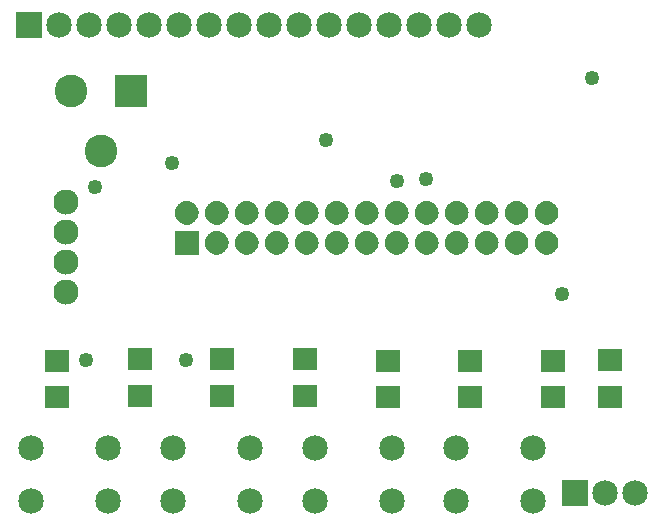
<source format=gbs>
G04 MADE WITH FRITZING*
G04 WWW.FRITZING.ORG*
G04 DOUBLE SIDED*
G04 HOLES PLATED*
G04 CONTOUR ON CENTER OF CONTOUR VECTOR*
%ASAXBY*%
%FSLAX23Y23*%
%MOIN*%
%OFA0B0*%
%SFA1.0B1.0*%
%ADD10C,0.085000*%
%ADD11C,0.109000*%
%ADD12C,0.083889*%
%ADD13C,0.049370*%
%ADD14R,0.085000X0.085000*%
%ADD15R,0.109000X0.109000*%
%ADD16R,0.084803X0.072992*%
%ADD17R,0.080000X0.080000*%
%ADD18R,0.001000X0.001000*%
%LNMASK0*%
G90*
G70*
G54D10*
X54Y1650D03*
X154Y1650D03*
X254Y1650D03*
X354Y1650D03*
X454Y1650D03*
X554Y1650D03*
X654Y1650D03*
X754Y1650D03*
X854Y1650D03*
X954Y1650D03*
X1054Y1650D03*
X1154Y1650D03*
X1254Y1650D03*
X1354Y1650D03*
X1454Y1650D03*
X1554Y1650D03*
G54D11*
X194Y1429D03*
X394Y1429D03*
X294Y1229D03*
G54D10*
X63Y241D03*
X319Y241D03*
X63Y64D03*
X319Y64D03*
X535Y241D03*
X791Y241D03*
X535Y64D03*
X791Y64D03*
X2074Y91D03*
X1974Y91D03*
X1874Y91D03*
X1008Y241D03*
X1264Y241D03*
X1008Y64D03*
X1264Y64D03*
X1480Y241D03*
X1736Y241D03*
X1480Y64D03*
X1736Y64D03*
G54D12*
X180Y760D03*
X180Y860D03*
X180Y960D03*
X180Y1060D03*
G54D13*
X244Y532D03*
X579Y532D03*
X1831Y753D03*
X531Y1190D03*
X1283Y1131D03*
X1378Y1135D03*
X1933Y1473D03*
X1044Y1267D03*
X277Y1110D03*
G54D14*
X54Y1651D03*
G54D15*
X394Y1429D03*
G54D16*
X425Y413D03*
X425Y535D03*
X1527Y409D03*
X1527Y531D03*
X1992Y410D03*
X1992Y532D03*
X1252Y531D03*
X1252Y409D03*
X149Y531D03*
X149Y409D03*
X1803Y531D03*
X1803Y409D03*
X700Y413D03*
X700Y535D03*
X976Y413D03*
X976Y535D03*
G54D14*
X1874Y91D03*
G54D17*
X582Y922D03*
G54D18*
X577Y1063D02*
X586Y1063D01*
X676Y1063D02*
X686Y1063D01*
X776Y1063D02*
X786Y1063D01*
X876Y1063D02*
X886Y1063D01*
X976Y1063D02*
X986Y1063D01*
X1076Y1063D02*
X1086Y1063D01*
X1176Y1063D02*
X1186Y1063D01*
X1276Y1063D02*
X1286Y1063D01*
X1376Y1063D02*
X1386Y1063D01*
X1476Y1063D02*
X1486Y1063D01*
X1576Y1063D02*
X1586Y1063D01*
X1676Y1063D02*
X1686Y1063D01*
X1776Y1063D02*
X1786Y1063D01*
X572Y1062D02*
X591Y1062D01*
X672Y1062D02*
X690Y1062D01*
X772Y1062D02*
X790Y1062D01*
X872Y1062D02*
X890Y1062D01*
X972Y1062D02*
X990Y1062D01*
X1072Y1062D02*
X1090Y1062D01*
X1172Y1062D02*
X1190Y1062D01*
X1272Y1062D02*
X1290Y1062D01*
X1372Y1062D02*
X1390Y1062D01*
X1472Y1062D02*
X1490Y1062D01*
X1572Y1062D02*
X1590Y1062D01*
X1672Y1062D02*
X1690Y1062D01*
X1772Y1062D02*
X1790Y1062D01*
X569Y1061D02*
X593Y1061D01*
X669Y1061D02*
X693Y1061D01*
X769Y1061D02*
X793Y1061D01*
X869Y1061D02*
X893Y1061D01*
X969Y1061D02*
X993Y1061D01*
X1069Y1061D02*
X1093Y1061D01*
X1169Y1061D02*
X1193Y1061D01*
X1269Y1061D02*
X1293Y1061D01*
X1369Y1061D02*
X1393Y1061D01*
X1469Y1061D02*
X1493Y1061D01*
X1569Y1061D02*
X1593Y1061D01*
X1669Y1061D02*
X1693Y1061D01*
X1769Y1061D02*
X1793Y1061D01*
X567Y1060D02*
X596Y1060D01*
X667Y1060D02*
X696Y1060D01*
X767Y1060D02*
X796Y1060D01*
X867Y1060D02*
X896Y1060D01*
X967Y1060D02*
X996Y1060D01*
X1067Y1060D02*
X1096Y1060D01*
X1167Y1060D02*
X1195Y1060D01*
X1267Y1060D02*
X1295Y1060D01*
X1367Y1060D02*
X1395Y1060D01*
X1467Y1060D02*
X1495Y1060D01*
X1567Y1060D02*
X1595Y1060D01*
X1667Y1060D02*
X1695Y1060D01*
X1767Y1060D02*
X1795Y1060D01*
X565Y1059D02*
X598Y1059D01*
X665Y1059D02*
X698Y1059D01*
X765Y1059D02*
X798Y1059D01*
X865Y1059D02*
X898Y1059D01*
X965Y1059D02*
X998Y1059D01*
X1065Y1059D02*
X1098Y1059D01*
X1165Y1059D02*
X1197Y1059D01*
X1265Y1059D02*
X1297Y1059D01*
X1365Y1059D02*
X1397Y1059D01*
X1465Y1059D02*
X1497Y1059D01*
X1565Y1059D02*
X1597Y1059D01*
X1665Y1059D02*
X1697Y1059D01*
X1765Y1059D02*
X1797Y1059D01*
X563Y1058D02*
X599Y1058D01*
X663Y1058D02*
X699Y1058D01*
X763Y1058D02*
X799Y1058D01*
X863Y1058D02*
X899Y1058D01*
X963Y1058D02*
X999Y1058D01*
X1063Y1058D02*
X1099Y1058D01*
X1163Y1058D02*
X1199Y1058D01*
X1263Y1058D02*
X1299Y1058D01*
X1363Y1058D02*
X1399Y1058D01*
X1463Y1058D02*
X1499Y1058D01*
X1563Y1058D02*
X1599Y1058D01*
X1663Y1058D02*
X1699Y1058D01*
X1763Y1058D02*
X1799Y1058D01*
X562Y1057D02*
X601Y1057D01*
X662Y1057D02*
X701Y1057D01*
X762Y1057D02*
X801Y1057D01*
X862Y1057D02*
X901Y1057D01*
X962Y1057D02*
X1001Y1057D01*
X1062Y1057D02*
X1101Y1057D01*
X1162Y1057D02*
X1201Y1057D01*
X1262Y1057D02*
X1301Y1057D01*
X1361Y1057D02*
X1401Y1057D01*
X1461Y1057D02*
X1501Y1057D01*
X1561Y1057D02*
X1601Y1057D01*
X1661Y1057D02*
X1701Y1057D01*
X1761Y1057D02*
X1801Y1057D01*
X560Y1056D02*
X602Y1056D01*
X660Y1056D02*
X702Y1056D01*
X760Y1056D02*
X802Y1056D01*
X860Y1056D02*
X902Y1056D01*
X960Y1056D02*
X1002Y1056D01*
X1060Y1056D02*
X1102Y1056D01*
X1160Y1056D02*
X1202Y1056D01*
X1260Y1056D02*
X1302Y1056D01*
X1360Y1056D02*
X1402Y1056D01*
X1460Y1056D02*
X1502Y1056D01*
X1560Y1056D02*
X1602Y1056D01*
X1660Y1056D02*
X1702Y1056D01*
X1760Y1056D02*
X1802Y1056D01*
X559Y1055D02*
X604Y1055D01*
X659Y1055D02*
X704Y1055D01*
X759Y1055D02*
X804Y1055D01*
X859Y1055D02*
X904Y1055D01*
X959Y1055D02*
X1004Y1055D01*
X1059Y1055D02*
X1104Y1055D01*
X1159Y1055D02*
X1204Y1055D01*
X1259Y1055D02*
X1304Y1055D01*
X1359Y1055D02*
X1404Y1055D01*
X1459Y1055D02*
X1504Y1055D01*
X1559Y1055D02*
X1603Y1055D01*
X1659Y1055D02*
X1703Y1055D01*
X1759Y1055D02*
X1803Y1055D01*
X558Y1054D02*
X605Y1054D01*
X658Y1054D02*
X705Y1054D01*
X758Y1054D02*
X805Y1054D01*
X858Y1054D02*
X905Y1054D01*
X958Y1054D02*
X1005Y1054D01*
X1058Y1054D02*
X1105Y1054D01*
X1158Y1054D02*
X1205Y1054D01*
X1257Y1054D02*
X1305Y1054D01*
X1357Y1054D02*
X1405Y1054D01*
X1457Y1054D02*
X1505Y1054D01*
X1557Y1054D02*
X1605Y1054D01*
X1657Y1054D02*
X1705Y1054D01*
X1757Y1054D02*
X1805Y1054D01*
X557Y1053D02*
X606Y1053D01*
X657Y1053D02*
X706Y1053D01*
X756Y1053D02*
X806Y1053D01*
X856Y1053D02*
X906Y1053D01*
X956Y1053D02*
X1006Y1053D01*
X1056Y1053D02*
X1106Y1053D01*
X1156Y1053D02*
X1206Y1053D01*
X1256Y1053D02*
X1306Y1053D01*
X1356Y1053D02*
X1406Y1053D01*
X1456Y1053D02*
X1506Y1053D01*
X1556Y1053D02*
X1606Y1053D01*
X1656Y1053D02*
X1706Y1053D01*
X1756Y1053D02*
X1806Y1053D01*
X555Y1052D02*
X607Y1052D01*
X655Y1052D02*
X707Y1052D01*
X755Y1052D02*
X807Y1052D01*
X855Y1052D02*
X907Y1052D01*
X955Y1052D02*
X1007Y1052D01*
X1055Y1052D02*
X1107Y1052D01*
X1155Y1052D02*
X1207Y1052D01*
X1255Y1052D02*
X1307Y1052D01*
X1355Y1052D02*
X1407Y1052D01*
X1455Y1052D02*
X1507Y1052D01*
X1555Y1052D02*
X1607Y1052D01*
X1655Y1052D02*
X1707Y1052D01*
X1755Y1052D02*
X1807Y1052D01*
X554Y1051D02*
X608Y1051D01*
X654Y1051D02*
X708Y1051D01*
X754Y1051D02*
X808Y1051D01*
X854Y1051D02*
X908Y1051D01*
X954Y1051D02*
X1008Y1051D01*
X1054Y1051D02*
X1108Y1051D01*
X1154Y1051D02*
X1208Y1051D01*
X1254Y1051D02*
X1308Y1051D01*
X1354Y1051D02*
X1408Y1051D01*
X1454Y1051D02*
X1508Y1051D01*
X1554Y1051D02*
X1608Y1051D01*
X1654Y1051D02*
X1708Y1051D01*
X1754Y1051D02*
X1808Y1051D01*
X553Y1050D02*
X609Y1050D01*
X653Y1050D02*
X709Y1050D01*
X753Y1050D02*
X809Y1050D01*
X853Y1050D02*
X909Y1050D01*
X953Y1050D02*
X1009Y1050D01*
X1053Y1050D02*
X1109Y1050D01*
X1153Y1050D02*
X1209Y1050D01*
X1253Y1050D02*
X1309Y1050D01*
X1353Y1050D02*
X1409Y1050D01*
X1453Y1050D02*
X1509Y1050D01*
X1553Y1050D02*
X1609Y1050D01*
X1653Y1050D02*
X1709Y1050D01*
X1753Y1050D02*
X1809Y1050D01*
X553Y1049D02*
X610Y1049D01*
X653Y1049D02*
X710Y1049D01*
X752Y1049D02*
X810Y1049D01*
X852Y1049D02*
X910Y1049D01*
X952Y1049D02*
X1010Y1049D01*
X1052Y1049D02*
X1110Y1049D01*
X1152Y1049D02*
X1210Y1049D01*
X1252Y1049D02*
X1310Y1049D01*
X1352Y1049D02*
X1410Y1049D01*
X1452Y1049D02*
X1510Y1049D01*
X1552Y1049D02*
X1610Y1049D01*
X1652Y1049D02*
X1710Y1049D01*
X1752Y1049D02*
X1810Y1049D01*
X552Y1048D02*
X611Y1048D01*
X652Y1048D02*
X711Y1048D01*
X752Y1048D02*
X811Y1048D01*
X852Y1048D02*
X911Y1048D01*
X952Y1048D02*
X1011Y1048D01*
X1051Y1048D02*
X1111Y1048D01*
X1151Y1048D02*
X1211Y1048D01*
X1251Y1048D02*
X1311Y1048D01*
X1351Y1048D02*
X1411Y1048D01*
X1451Y1048D02*
X1511Y1048D01*
X1551Y1048D02*
X1611Y1048D01*
X1651Y1048D02*
X1711Y1048D01*
X1751Y1048D02*
X1811Y1048D01*
X551Y1047D02*
X612Y1047D01*
X651Y1047D02*
X712Y1047D01*
X751Y1047D02*
X812Y1047D01*
X851Y1047D02*
X912Y1047D01*
X951Y1047D02*
X1012Y1047D01*
X1051Y1047D02*
X1112Y1047D01*
X1151Y1047D02*
X1212Y1047D01*
X1251Y1047D02*
X1312Y1047D01*
X1351Y1047D02*
X1412Y1047D01*
X1451Y1047D02*
X1512Y1047D01*
X1550Y1047D02*
X1612Y1047D01*
X1650Y1047D02*
X1712Y1047D01*
X1750Y1047D02*
X1812Y1047D01*
X550Y1046D02*
X613Y1046D01*
X650Y1046D02*
X713Y1046D01*
X750Y1046D02*
X813Y1046D01*
X850Y1046D02*
X913Y1046D01*
X950Y1046D02*
X1013Y1046D01*
X1050Y1046D02*
X1113Y1046D01*
X1150Y1046D02*
X1213Y1046D01*
X1250Y1046D02*
X1312Y1046D01*
X1350Y1046D02*
X1412Y1046D01*
X1450Y1046D02*
X1512Y1046D01*
X1550Y1046D02*
X1612Y1046D01*
X1650Y1046D02*
X1712Y1046D01*
X1750Y1046D02*
X1812Y1046D01*
X549Y1045D02*
X613Y1045D01*
X649Y1045D02*
X713Y1045D01*
X749Y1045D02*
X813Y1045D01*
X849Y1045D02*
X913Y1045D01*
X949Y1045D02*
X1013Y1045D01*
X1049Y1045D02*
X1113Y1045D01*
X1149Y1045D02*
X1213Y1045D01*
X1249Y1045D02*
X1313Y1045D01*
X1349Y1045D02*
X1413Y1045D01*
X1449Y1045D02*
X1513Y1045D01*
X1549Y1045D02*
X1613Y1045D01*
X1649Y1045D02*
X1713Y1045D01*
X1749Y1045D02*
X1813Y1045D01*
X549Y1044D02*
X614Y1044D01*
X649Y1044D02*
X714Y1044D01*
X749Y1044D02*
X814Y1044D01*
X849Y1044D02*
X914Y1044D01*
X949Y1044D02*
X1014Y1044D01*
X1048Y1044D02*
X1114Y1044D01*
X1148Y1044D02*
X1214Y1044D01*
X1248Y1044D02*
X1314Y1044D01*
X1348Y1044D02*
X1414Y1044D01*
X1448Y1044D02*
X1514Y1044D01*
X1548Y1044D02*
X1614Y1044D01*
X1648Y1044D02*
X1714Y1044D01*
X1748Y1044D02*
X1814Y1044D01*
X548Y1043D02*
X615Y1043D01*
X648Y1043D02*
X715Y1043D01*
X748Y1043D02*
X815Y1043D01*
X848Y1043D02*
X915Y1043D01*
X948Y1043D02*
X1015Y1043D01*
X1048Y1043D02*
X1115Y1043D01*
X1148Y1043D02*
X1215Y1043D01*
X1248Y1043D02*
X1315Y1043D01*
X1348Y1043D02*
X1415Y1043D01*
X1448Y1043D02*
X1514Y1043D01*
X1548Y1043D02*
X1614Y1043D01*
X1648Y1043D02*
X1714Y1043D01*
X1748Y1043D02*
X1814Y1043D01*
X547Y1042D02*
X615Y1042D01*
X647Y1042D02*
X715Y1042D01*
X747Y1042D02*
X815Y1042D01*
X847Y1042D02*
X915Y1042D01*
X947Y1042D02*
X1015Y1042D01*
X1047Y1042D02*
X1115Y1042D01*
X1147Y1042D02*
X1215Y1042D01*
X1247Y1042D02*
X1315Y1042D01*
X1347Y1042D02*
X1415Y1042D01*
X1447Y1042D02*
X1515Y1042D01*
X1547Y1042D02*
X1615Y1042D01*
X1647Y1042D02*
X1715Y1042D01*
X1747Y1042D02*
X1815Y1042D01*
X547Y1041D02*
X616Y1041D01*
X647Y1041D02*
X716Y1041D01*
X747Y1041D02*
X816Y1041D01*
X847Y1041D02*
X916Y1041D01*
X947Y1041D02*
X1016Y1041D01*
X1047Y1041D02*
X1116Y1041D01*
X1147Y1041D02*
X1216Y1041D01*
X1247Y1041D02*
X1316Y1041D01*
X1347Y1041D02*
X1416Y1041D01*
X1446Y1041D02*
X1516Y1041D01*
X1546Y1041D02*
X1616Y1041D01*
X1646Y1041D02*
X1716Y1041D01*
X1746Y1041D02*
X1816Y1041D01*
X546Y1040D02*
X617Y1040D01*
X646Y1040D02*
X717Y1040D01*
X746Y1040D02*
X816Y1040D01*
X846Y1040D02*
X916Y1040D01*
X946Y1040D02*
X1016Y1040D01*
X1046Y1040D02*
X1116Y1040D01*
X1146Y1040D02*
X1216Y1040D01*
X1246Y1040D02*
X1316Y1040D01*
X1346Y1040D02*
X1416Y1040D01*
X1446Y1040D02*
X1516Y1040D01*
X1546Y1040D02*
X1616Y1040D01*
X1646Y1040D02*
X1716Y1040D01*
X1746Y1040D02*
X1816Y1040D01*
X546Y1039D02*
X617Y1039D01*
X646Y1039D02*
X717Y1039D01*
X746Y1039D02*
X817Y1039D01*
X846Y1039D02*
X917Y1039D01*
X946Y1039D02*
X1017Y1039D01*
X1046Y1039D02*
X1117Y1039D01*
X1146Y1039D02*
X1217Y1039D01*
X1246Y1039D02*
X1317Y1039D01*
X1345Y1039D02*
X1417Y1039D01*
X1445Y1039D02*
X1517Y1039D01*
X1545Y1039D02*
X1617Y1039D01*
X1645Y1039D02*
X1717Y1039D01*
X1745Y1039D02*
X1817Y1039D01*
X545Y1038D02*
X618Y1038D01*
X645Y1038D02*
X718Y1038D01*
X745Y1038D02*
X817Y1038D01*
X845Y1038D02*
X917Y1038D01*
X945Y1038D02*
X1017Y1038D01*
X1045Y1038D02*
X1117Y1038D01*
X1145Y1038D02*
X1217Y1038D01*
X1245Y1038D02*
X1317Y1038D01*
X1345Y1038D02*
X1417Y1038D01*
X1445Y1038D02*
X1517Y1038D01*
X1545Y1038D02*
X1617Y1038D01*
X1645Y1038D02*
X1717Y1038D01*
X1745Y1038D02*
X1817Y1038D01*
X545Y1037D02*
X618Y1037D01*
X645Y1037D02*
X718Y1037D01*
X745Y1037D02*
X818Y1037D01*
X845Y1037D02*
X918Y1037D01*
X945Y1037D02*
X1018Y1037D01*
X1045Y1037D02*
X1118Y1037D01*
X1145Y1037D02*
X1218Y1037D01*
X1245Y1037D02*
X1318Y1037D01*
X1345Y1037D02*
X1418Y1037D01*
X1445Y1037D02*
X1518Y1037D01*
X1544Y1037D02*
X1618Y1037D01*
X1644Y1037D02*
X1718Y1037D01*
X1744Y1037D02*
X1818Y1037D01*
X544Y1036D02*
X618Y1036D01*
X644Y1036D02*
X718Y1036D01*
X744Y1036D02*
X818Y1036D01*
X844Y1036D02*
X918Y1036D01*
X944Y1036D02*
X1018Y1036D01*
X1044Y1036D02*
X1118Y1036D01*
X1144Y1036D02*
X1218Y1036D01*
X1244Y1036D02*
X1318Y1036D01*
X1344Y1036D02*
X1418Y1036D01*
X1444Y1036D02*
X1518Y1036D01*
X1544Y1036D02*
X1618Y1036D01*
X1644Y1036D02*
X1718Y1036D01*
X1744Y1036D02*
X1818Y1036D01*
X544Y1035D02*
X619Y1035D01*
X644Y1035D02*
X719Y1035D01*
X744Y1035D02*
X819Y1035D01*
X844Y1035D02*
X919Y1035D01*
X944Y1035D02*
X1019Y1035D01*
X1044Y1035D02*
X1119Y1035D01*
X1144Y1035D02*
X1219Y1035D01*
X1244Y1035D02*
X1319Y1035D01*
X1344Y1035D02*
X1418Y1035D01*
X1444Y1035D02*
X1518Y1035D01*
X1544Y1035D02*
X1618Y1035D01*
X1644Y1035D02*
X1718Y1035D01*
X1744Y1035D02*
X1818Y1035D01*
X544Y1034D02*
X619Y1034D01*
X644Y1034D02*
X719Y1034D01*
X744Y1034D02*
X819Y1034D01*
X844Y1034D02*
X919Y1034D01*
X944Y1034D02*
X1019Y1034D01*
X1044Y1034D02*
X1119Y1034D01*
X1143Y1034D02*
X1219Y1034D01*
X1243Y1034D02*
X1319Y1034D01*
X1343Y1034D02*
X1419Y1034D01*
X1443Y1034D02*
X1519Y1034D01*
X1543Y1034D02*
X1619Y1034D01*
X1643Y1034D02*
X1719Y1034D01*
X1743Y1034D02*
X1819Y1034D01*
X543Y1033D02*
X619Y1033D01*
X643Y1033D02*
X719Y1033D01*
X743Y1033D02*
X819Y1033D01*
X843Y1033D02*
X919Y1033D01*
X943Y1033D02*
X1019Y1033D01*
X1043Y1033D02*
X1119Y1033D01*
X1143Y1033D02*
X1219Y1033D01*
X1243Y1033D02*
X1319Y1033D01*
X1343Y1033D02*
X1419Y1033D01*
X1443Y1033D02*
X1519Y1033D01*
X1543Y1033D02*
X1619Y1033D01*
X1643Y1033D02*
X1719Y1033D01*
X1743Y1033D02*
X1819Y1033D01*
X543Y1032D02*
X620Y1032D01*
X643Y1032D02*
X720Y1032D01*
X743Y1032D02*
X820Y1032D01*
X843Y1032D02*
X920Y1032D01*
X943Y1032D02*
X1020Y1032D01*
X1043Y1032D02*
X1120Y1032D01*
X1143Y1032D02*
X1220Y1032D01*
X1243Y1032D02*
X1319Y1032D01*
X1343Y1032D02*
X1419Y1032D01*
X1443Y1032D02*
X1519Y1032D01*
X1543Y1032D02*
X1619Y1032D01*
X1643Y1032D02*
X1719Y1032D01*
X1743Y1032D02*
X1819Y1032D01*
X543Y1031D02*
X620Y1031D01*
X643Y1031D02*
X720Y1031D01*
X743Y1031D02*
X820Y1031D01*
X843Y1031D02*
X920Y1031D01*
X943Y1031D02*
X1020Y1031D01*
X1043Y1031D02*
X1120Y1031D01*
X1143Y1031D02*
X1220Y1031D01*
X1243Y1031D02*
X1320Y1031D01*
X1343Y1031D02*
X1420Y1031D01*
X1443Y1031D02*
X1520Y1031D01*
X1542Y1031D02*
X1620Y1031D01*
X1642Y1031D02*
X1720Y1031D01*
X1742Y1031D02*
X1820Y1031D01*
X543Y1030D02*
X620Y1030D01*
X643Y1030D02*
X720Y1030D01*
X743Y1030D02*
X820Y1030D01*
X843Y1030D02*
X920Y1030D01*
X942Y1030D02*
X1020Y1030D01*
X1042Y1030D02*
X1120Y1030D01*
X1142Y1030D02*
X1220Y1030D01*
X1242Y1030D02*
X1320Y1030D01*
X1342Y1030D02*
X1420Y1030D01*
X1442Y1030D02*
X1520Y1030D01*
X1542Y1030D02*
X1620Y1030D01*
X1642Y1030D02*
X1720Y1030D01*
X1742Y1030D02*
X1820Y1030D01*
X542Y1029D02*
X620Y1029D01*
X642Y1029D02*
X720Y1029D01*
X742Y1029D02*
X820Y1029D01*
X842Y1029D02*
X920Y1029D01*
X942Y1029D02*
X1020Y1029D01*
X1042Y1029D02*
X1120Y1029D01*
X1142Y1029D02*
X1220Y1029D01*
X1242Y1029D02*
X1320Y1029D01*
X1342Y1029D02*
X1420Y1029D01*
X1442Y1029D02*
X1520Y1029D01*
X1542Y1029D02*
X1620Y1029D01*
X1642Y1029D02*
X1720Y1029D01*
X1742Y1029D02*
X1820Y1029D01*
X542Y1028D02*
X621Y1028D01*
X642Y1028D02*
X721Y1028D01*
X742Y1028D02*
X820Y1028D01*
X842Y1028D02*
X920Y1028D01*
X942Y1028D02*
X1020Y1028D01*
X1042Y1028D02*
X1120Y1028D01*
X1142Y1028D02*
X1220Y1028D01*
X1242Y1028D02*
X1320Y1028D01*
X1342Y1028D02*
X1420Y1028D01*
X1442Y1028D02*
X1520Y1028D01*
X1542Y1028D02*
X1620Y1028D01*
X1642Y1028D02*
X1720Y1028D01*
X1742Y1028D02*
X1820Y1028D01*
X542Y1027D02*
X621Y1027D01*
X642Y1027D02*
X721Y1027D01*
X742Y1027D02*
X821Y1027D01*
X842Y1027D02*
X921Y1027D01*
X942Y1027D02*
X1021Y1027D01*
X1042Y1027D02*
X1121Y1027D01*
X1142Y1027D02*
X1220Y1027D01*
X1242Y1027D02*
X1320Y1027D01*
X1342Y1027D02*
X1420Y1027D01*
X1442Y1027D02*
X1520Y1027D01*
X1542Y1027D02*
X1620Y1027D01*
X1642Y1027D02*
X1720Y1027D01*
X1742Y1027D02*
X1820Y1027D01*
X542Y1026D02*
X621Y1026D01*
X642Y1026D02*
X721Y1026D01*
X742Y1026D02*
X821Y1026D01*
X842Y1026D02*
X921Y1026D01*
X942Y1026D02*
X1021Y1026D01*
X1042Y1026D02*
X1121Y1026D01*
X1142Y1026D02*
X1221Y1026D01*
X1242Y1026D02*
X1321Y1026D01*
X1342Y1026D02*
X1421Y1026D01*
X1442Y1026D02*
X1520Y1026D01*
X1542Y1026D02*
X1620Y1026D01*
X1642Y1026D02*
X1720Y1026D01*
X1742Y1026D02*
X1820Y1026D01*
X542Y1025D02*
X621Y1025D01*
X642Y1025D02*
X721Y1025D01*
X742Y1025D02*
X821Y1025D01*
X842Y1025D02*
X921Y1025D01*
X942Y1025D02*
X1021Y1025D01*
X1042Y1025D02*
X1121Y1025D01*
X1142Y1025D02*
X1221Y1025D01*
X1242Y1025D02*
X1321Y1025D01*
X1342Y1025D02*
X1421Y1025D01*
X1442Y1025D02*
X1521Y1025D01*
X1542Y1025D02*
X1621Y1025D01*
X1642Y1025D02*
X1720Y1025D01*
X1742Y1025D02*
X1820Y1025D01*
X542Y1024D02*
X621Y1024D01*
X642Y1024D02*
X721Y1024D01*
X742Y1024D02*
X821Y1024D01*
X842Y1024D02*
X921Y1024D01*
X942Y1024D02*
X1021Y1024D01*
X1042Y1024D02*
X1121Y1024D01*
X1142Y1024D02*
X1221Y1024D01*
X1242Y1024D02*
X1321Y1024D01*
X1342Y1024D02*
X1421Y1024D01*
X1442Y1024D02*
X1521Y1024D01*
X1542Y1024D02*
X1621Y1024D01*
X1642Y1024D02*
X1720Y1024D01*
X1742Y1024D02*
X1820Y1024D01*
X542Y1023D02*
X621Y1023D01*
X642Y1023D02*
X721Y1023D01*
X742Y1023D02*
X821Y1023D01*
X842Y1023D02*
X921Y1023D01*
X942Y1023D02*
X1021Y1023D01*
X1042Y1023D02*
X1121Y1023D01*
X1142Y1023D02*
X1221Y1023D01*
X1242Y1023D02*
X1321Y1023D01*
X1342Y1023D02*
X1421Y1023D01*
X1442Y1023D02*
X1521Y1023D01*
X1542Y1023D02*
X1621Y1023D01*
X1642Y1023D02*
X1720Y1023D01*
X1742Y1023D02*
X1820Y1023D01*
X542Y1022D02*
X621Y1022D01*
X642Y1022D02*
X721Y1022D01*
X742Y1022D02*
X821Y1022D01*
X842Y1022D02*
X921Y1022D01*
X942Y1022D02*
X1021Y1022D01*
X1042Y1022D02*
X1121Y1022D01*
X1142Y1022D02*
X1221Y1022D01*
X1242Y1022D02*
X1321Y1022D01*
X1342Y1022D02*
X1421Y1022D01*
X1442Y1022D02*
X1521Y1022D01*
X1542Y1022D02*
X1621Y1022D01*
X1642Y1022D02*
X1720Y1022D01*
X1742Y1022D02*
X1820Y1022D01*
X542Y1021D02*
X621Y1021D01*
X642Y1021D02*
X721Y1021D01*
X742Y1021D02*
X821Y1021D01*
X842Y1021D02*
X921Y1021D01*
X942Y1021D02*
X1021Y1021D01*
X1042Y1021D02*
X1121Y1021D01*
X1142Y1021D02*
X1221Y1021D01*
X1242Y1021D02*
X1321Y1021D01*
X1342Y1021D02*
X1421Y1021D01*
X1442Y1021D02*
X1520Y1021D01*
X1542Y1021D02*
X1620Y1021D01*
X1642Y1021D02*
X1720Y1021D01*
X1742Y1021D02*
X1820Y1021D01*
X542Y1020D02*
X621Y1020D01*
X642Y1020D02*
X721Y1020D01*
X742Y1020D02*
X821Y1020D01*
X842Y1020D02*
X921Y1020D01*
X942Y1020D02*
X1021Y1020D01*
X1042Y1020D02*
X1121Y1020D01*
X1142Y1020D02*
X1220Y1020D01*
X1242Y1020D02*
X1320Y1020D01*
X1342Y1020D02*
X1420Y1020D01*
X1442Y1020D02*
X1520Y1020D01*
X1542Y1020D02*
X1620Y1020D01*
X1642Y1020D02*
X1720Y1020D01*
X1742Y1020D02*
X1820Y1020D01*
X542Y1019D02*
X621Y1019D01*
X642Y1019D02*
X721Y1019D01*
X742Y1019D02*
X821Y1019D01*
X842Y1019D02*
X920Y1019D01*
X942Y1019D02*
X1020Y1019D01*
X1042Y1019D02*
X1120Y1019D01*
X1142Y1019D02*
X1220Y1019D01*
X1242Y1019D02*
X1320Y1019D01*
X1342Y1019D02*
X1420Y1019D01*
X1442Y1019D02*
X1520Y1019D01*
X1542Y1019D02*
X1620Y1019D01*
X1642Y1019D02*
X1720Y1019D01*
X1742Y1019D02*
X1820Y1019D01*
X542Y1018D02*
X620Y1018D01*
X642Y1018D02*
X720Y1018D01*
X742Y1018D02*
X820Y1018D01*
X842Y1018D02*
X920Y1018D01*
X942Y1018D02*
X1020Y1018D01*
X1042Y1018D02*
X1120Y1018D01*
X1142Y1018D02*
X1220Y1018D01*
X1242Y1018D02*
X1320Y1018D01*
X1342Y1018D02*
X1420Y1018D01*
X1442Y1018D02*
X1520Y1018D01*
X1542Y1018D02*
X1620Y1018D01*
X1642Y1018D02*
X1720Y1018D01*
X1742Y1018D02*
X1820Y1018D01*
X543Y1017D02*
X620Y1017D01*
X643Y1017D02*
X720Y1017D01*
X743Y1017D02*
X820Y1017D01*
X843Y1017D02*
X920Y1017D01*
X942Y1017D02*
X1020Y1017D01*
X1042Y1017D02*
X1120Y1017D01*
X1142Y1017D02*
X1220Y1017D01*
X1242Y1017D02*
X1320Y1017D01*
X1342Y1017D02*
X1420Y1017D01*
X1442Y1017D02*
X1520Y1017D01*
X1542Y1017D02*
X1620Y1017D01*
X1642Y1017D02*
X1720Y1017D01*
X1742Y1017D02*
X1820Y1017D01*
X543Y1016D02*
X620Y1016D01*
X643Y1016D02*
X720Y1016D01*
X743Y1016D02*
X820Y1016D01*
X843Y1016D02*
X920Y1016D01*
X943Y1016D02*
X1020Y1016D01*
X1043Y1016D02*
X1120Y1016D01*
X1143Y1016D02*
X1220Y1016D01*
X1243Y1016D02*
X1320Y1016D01*
X1343Y1016D02*
X1420Y1016D01*
X1443Y1016D02*
X1520Y1016D01*
X1542Y1016D02*
X1620Y1016D01*
X1642Y1016D02*
X1720Y1016D01*
X1742Y1016D02*
X1820Y1016D01*
X543Y1015D02*
X620Y1015D01*
X643Y1015D02*
X720Y1015D01*
X743Y1015D02*
X820Y1015D01*
X843Y1015D02*
X920Y1015D01*
X943Y1015D02*
X1020Y1015D01*
X1043Y1015D02*
X1120Y1015D01*
X1143Y1015D02*
X1220Y1015D01*
X1243Y1015D02*
X1319Y1015D01*
X1343Y1015D02*
X1419Y1015D01*
X1443Y1015D02*
X1519Y1015D01*
X1543Y1015D02*
X1619Y1015D01*
X1643Y1015D02*
X1719Y1015D01*
X1743Y1015D02*
X1819Y1015D01*
X543Y1014D02*
X619Y1014D01*
X643Y1014D02*
X719Y1014D01*
X743Y1014D02*
X819Y1014D01*
X843Y1014D02*
X919Y1014D01*
X943Y1014D02*
X1019Y1014D01*
X1043Y1014D02*
X1119Y1014D01*
X1143Y1014D02*
X1219Y1014D01*
X1243Y1014D02*
X1319Y1014D01*
X1343Y1014D02*
X1419Y1014D01*
X1443Y1014D02*
X1519Y1014D01*
X1543Y1014D02*
X1619Y1014D01*
X1643Y1014D02*
X1719Y1014D01*
X1743Y1014D02*
X1819Y1014D01*
X544Y1013D02*
X619Y1013D01*
X644Y1013D02*
X719Y1013D01*
X744Y1013D02*
X819Y1013D01*
X844Y1013D02*
X919Y1013D01*
X944Y1013D02*
X1019Y1013D01*
X1044Y1013D02*
X1119Y1013D01*
X1143Y1013D02*
X1219Y1013D01*
X1243Y1013D02*
X1319Y1013D01*
X1343Y1013D02*
X1419Y1013D01*
X1443Y1013D02*
X1519Y1013D01*
X1543Y1013D02*
X1619Y1013D01*
X1643Y1013D02*
X1719Y1013D01*
X1743Y1013D02*
X1819Y1013D01*
X544Y1012D02*
X619Y1012D01*
X644Y1012D02*
X719Y1012D01*
X744Y1012D02*
X819Y1012D01*
X844Y1012D02*
X919Y1012D01*
X944Y1012D02*
X1019Y1012D01*
X1044Y1012D02*
X1119Y1012D01*
X1144Y1012D02*
X1219Y1012D01*
X1244Y1012D02*
X1319Y1012D01*
X1344Y1012D02*
X1418Y1012D01*
X1444Y1012D02*
X1518Y1012D01*
X1544Y1012D02*
X1618Y1012D01*
X1644Y1012D02*
X1718Y1012D01*
X1744Y1012D02*
X1818Y1012D01*
X544Y1011D02*
X618Y1011D01*
X644Y1011D02*
X718Y1011D01*
X744Y1011D02*
X818Y1011D01*
X844Y1011D02*
X918Y1011D01*
X944Y1011D02*
X1018Y1011D01*
X1044Y1011D02*
X1118Y1011D01*
X1144Y1011D02*
X1218Y1011D01*
X1244Y1011D02*
X1318Y1011D01*
X1344Y1011D02*
X1418Y1011D01*
X1444Y1011D02*
X1518Y1011D01*
X1544Y1011D02*
X1618Y1011D01*
X1644Y1011D02*
X1718Y1011D01*
X1744Y1011D02*
X1818Y1011D01*
X545Y1010D02*
X618Y1010D01*
X645Y1010D02*
X718Y1010D01*
X745Y1010D02*
X818Y1010D01*
X845Y1010D02*
X918Y1010D01*
X945Y1010D02*
X1018Y1010D01*
X1045Y1010D02*
X1118Y1010D01*
X1145Y1010D02*
X1218Y1010D01*
X1245Y1010D02*
X1318Y1010D01*
X1345Y1010D02*
X1418Y1010D01*
X1445Y1010D02*
X1518Y1010D01*
X1544Y1010D02*
X1618Y1010D01*
X1644Y1010D02*
X1718Y1010D01*
X1744Y1010D02*
X1818Y1010D01*
X545Y1009D02*
X618Y1009D01*
X645Y1009D02*
X718Y1009D01*
X745Y1009D02*
X817Y1009D01*
X845Y1009D02*
X917Y1009D01*
X945Y1009D02*
X1017Y1009D01*
X1045Y1009D02*
X1117Y1009D01*
X1145Y1009D02*
X1217Y1009D01*
X1245Y1009D02*
X1317Y1009D01*
X1345Y1009D02*
X1417Y1009D01*
X1445Y1009D02*
X1517Y1009D01*
X1545Y1009D02*
X1617Y1009D01*
X1645Y1009D02*
X1717Y1009D01*
X1745Y1009D02*
X1817Y1009D01*
X546Y1008D02*
X617Y1008D01*
X646Y1008D02*
X717Y1008D01*
X746Y1008D02*
X817Y1008D01*
X846Y1008D02*
X917Y1008D01*
X946Y1008D02*
X1017Y1008D01*
X1046Y1008D02*
X1117Y1008D01*
X1146Y1008D02*
X1217Y1008D01*
X1246Y1008D02*
X1317Y1008D01*
X1345Y1008D02*
X1417Y1008D01*
X1445Y1008D02*
X1517Y1008D01*
X1545Y1008D02*
X1617Y1008D01*
X1645Y1008D02*
X1717Y1008D01*
X1745Y1008D02*
X1817Y1008D01*
X546Y1007D02*
X617Y1007D01*
X646Y1007D02*
X717Y1007D01*
X746Y1007D02*
X817Y1007D01*
X846Y1007D02*
X916Y1007D01*
X946Y1007D02*
X1016Y1007D01*
X1046Y1007D02*
X1116Y1007D01*
X1146Y1007D02*
X1216Y1007D01*
X1246Y1007D02*
X1316Y1007D01*
X1346Y1007D02*
X1416Y1007D01*
X1446Y1007D02*
X1516Y1007D01*
X1546Y1007D02*
X1616Y1007D01*
X1646Y1007D02*
X1716Y1007D01*
X1746Y1007D02*
X1816Y1007D01*
X547Y1006D02*
X616Y1006D01*
X647Y1006D02*
X716Y1006D01*
X747Y1006D02*
X816Y1006D01*
X847Y1006D02*
X916Y1006D01*
X947Y1006D02*
X1016Y1006D01*
X1047Y1006D02*
X1116Y1006D01*
X1147Y1006D02*
X1216Y1006D01*
X1247Y1006D02*
X1316Y1006D01*
X1347Y1006D02*
X1416Y1006D01*
X1446Y1006D02*
X1516Y1006D01*
X1546Y1006D02*
X1616Y1006D01*
X1646Y1006D02*
X1716Y1006D01*
X1746Y1006D02*
X1816Y1006D01*
X547Y1005D02*
X615Y1005D01*
X647Y1005D02*
X715Y1005D01*
X747Y1005D02*
X815Y1005D01*
X847Y1005D02*
X915Y1005D01*
X947Y1005D02*
X1015Y1005D01*
X1047Y1005D02*
X1115Y1005D01*
X1147Y1005D02*
X1215Y1005D01*
X1247Y1005D02*
X1315Y1005D01*
X1347Y1005D02*
X1415Y1005D01*
X1447Y1005D02*
X1515Y1005D01*
X1547Y1005D02*
X1615Y1005D01*
X1647Y1005D02*
X1715Y1005D01*
X1747Y1005D02*
X1815Y1005D01*
X548Y1004D02*
X615Y1004D01*
X648Y1004D02*
X715Y1004D01*
X748Y1004D02*
X815Y1004D01*
X848Y1004D02*
X915Y1004D01*
X948Y1004D02*
X1015Y1004D01*
X1048Y1004D02*
X1115Y1004D01*
X1148Y1004D02*
X1215Y1004D01*
X1248Y1004D02*
X1315Y1004D01*
X1348Y1004D02*
X1415Y1004D01*
X1448Y1004D02*
X1514Y1004D01*
X1548Y1004D02*
X1614Y1004D01*
X1648Y1004D02*
X1714Y1004D01*
X1748Y1004D02*
X1814Y1004D01*
X549Y1003D02*
X614Y1003D01*
X649Y1003D02*
X714Y1003D01*
X749Y1003D02*
X814Y1003D01*
X849Y1003D02*
X914Y1003D01*
X949Y1003D02*
X1014Y1003D01*
X1048Y1003D02*
X1114Y1003D01*
X1148Y1003D02*
X1214Y1003D01*
X1248Y1003D02*
X1314Y1003D01*
X1348Y1003D02*
X1414Y1003D01*
X1448Y1003D02*
X1514Y1003D01*
X1548Y1003D02*
X1614Y1003D01*
X1648Y1003D02*
X1714Y1003D01*
X1748Y1003D02*
X1814Y1003D01*
X549Y1002D02*
X613Y1002D01*
X649Y1002D02*
X713Y1002D01*
X749Y1002D02*
X813Y1002D01*
X849Y1002D02*
X913Y1002D01*
X949Y1002D02*
X1013Y1002D01*
X1049Y1002D02*
X1113Y1002D01*
X1149Y1002D02*
X1213Y1002D01*
X1249Y1002D02*
X1313Y1002D01*
X1349Y1002D02*
X1413Y1002D01*
X1449Y1002D02*
X1513Y1002D01*
X1549Y1002D02*
X1613Y1002D01*
X1649Y1002D02*
X1713Y1002D01*
X1749Y1002D02*
X1813Y1002D01*
X550Y1001D02*
X613Y1001D01*
X650Y1001D02*
X713Y1001D01*
X750Y1001D02*
X813Y1001D01*
X850Y1001D02*
X913Y1001D01*
X950Y1001D02*
X1013Y1001D01*
X1050Y1001D02*
X1113Y1001D01*
X1150Y1001D02*
X1213Y1001D01*
X1250Y1001D02*
X1312Y1001D01*
X1350Y1001D02*
X1412Y1001D01*
X1450Y1001D02*
X1512Y1001D01*
X1550Y1001D02*
X1612Y1001D01*
X1650Y1001D02*
X1712Y1001D01*
X1750Y1001D02*
X1812Y1001D01*
X551Y1000D02*
X612Y1000D01*
X651Y1000D02*
X712Y1000D01*
X751Y1000D02*
X812Y1000D01*
X851Y1000D02*
X912Y1000D01*
X951Y1000D02*
X1012Y1000D01*
X1051Y1000D02*
X1112Y1000D01*
X1151Y1000D02*
X1212Y1000D01*
X1251Y1000D02*
X1312Y1000D01*
X1351Y1000D02*
X1412Y1000D01*
X1451Y1000D02*
X1512Y1000D01*
X1550Y1000D02*
X1612Y1000D01*
X1650Y1000D02*
X1712Y1000D01*
X1750Y1000D02*
X1812Y1000D01*
X552Y999D02*
X611Y999D01*
X652Y999D02*
X711Y999D01*
X752Y999D02*
X811Y999D01*
X852Y999D02*
X911Y999D01*
X952Y999D02*
X1011Y999D01*
X1051Y999D02*
X1111Y999D01*
X1151Y999D02*
X1211Y999D01*
X1251Y999D02*
X1311Y999D01*
X1351Y999D02*
X1411Y999D01*
X1451Y999D02*
X1511Y999D01*
X1551Y999D02*
X1611Y999D01*
X1651Y999D02*
X1711Y999D01*
X1751Y999D02*
X1811Y999D01*
X553Y998D02*
X610Y998D01*
X653Y998D02*
X710Y998D01*
X752Y998D02*
X810Y998D01*
X852Y998D02*
X910Y998D01*
X952Y998D02*
X1010Y998D01*
X1052Y998D02*
X1110Y998D01*
X1152Y998D02*
X1210Y998D01*
X1252Y998D02*
X1310Y998D01*
X1352Y998D02*
X1410Y998D01*
X1452Y998D02*
X1510Y998D01*
X1552Y998D02*
X1610Y998D01*
X1652Y998D02*
X1710Y998D01*
X1752Y998D02*
X1810Y998D01*
X553Y997D02*
X609Y997D01*
X653Y997D02*
X709Y997D01*
X753Y997D02*
X809Y997D01*
X853Y997D02*
X909Y997D01*
X953Y997D02*
X1009Y997D01*
X1053Y997D02*
X1109Y997D01*
X1153Y997D02*
X1209Y997D01*
X1253Y997D02*
X1309Y997D01*
X1353Y997D02*
X1409Y997D01*
X1453Y997D02*
X1509Y997D01*
X1553Y997D02*
X1609Y997D01*
X1653Y997D02*
X1709Y997D01*
X1753Y997D02*
X1809Y997D01*
X554Y996D02*
X608Y996D01*
X654Y996D02*
X708Y996D01*
X754Y996D02*
X808Y996D01*
X854Y996D02*
X908Y996D01*
X954Y996D02*
X1008Y996D01*
X1054Y996D02*
X1108Y996D01*
X1154Y996D02*
X1208Y996D01*
X1254Y996D02*
X1308Y996D01*
X1354Y996D02*
X1408Y996D01*
X1454Y996D02*
X1508Y996D01*
X1554Y996D02*
X1608Y996D01*
X1654Y996D02*
X1708Y996D01*
X1754Y996D02*
X1808Y996D01*
X555Y995D02*
X607Y995D01*
X655Y995D02*
X707Y995D01*
X755Y995D02*
X807Y995D01*
X855Y995D02*
X907Y995D01*
X955Y995D02*
X1007Y995D01*
X1055Y995D02*
X1107Y995D01*
X1155Y995D02*
X1207Y995D01*
X1255Y995D02*
X1307Y995D01*
X1355Y995D02*
X1407Y995D01*
X1455Y995D02*
X1507Y995D01*
X1555Y995D02*
X1607Y995D01*
X1655Y995D02*
X1707Y995D01*
X1755Y995D02*
X1807Y995D01*
X557Y994D02*
X606Y994D01*
X657Y994D02*
X706Y994D01*
X756Y994D02*
X806Y994D01*
X856Y994D02*
X906Y994D01*
X956Y994D02*
X1006Y994D01*
X1056Y994D02*
X1106Y994D01*
X1156Y994D02*
X1206Y994D01*
X1256Y994D02*
X1306Y994D01*
X1356Y994D02*
X1406Y994D01*
X1456Y994D02*
X1506Y994D01*
X1556Y994D02*
X1606Y994D01*
X1656Y994D02*
X1706Y994D01*
X1756Y994D02*
X1806Y994D01*
X558Y993D02*
X605Y993D01*
X658Y993D02*
X705Y993D01*
X758Y993D02*
X805Y993D01*
X858Y993D02*
X905Y993D01*
X958Y993D02*
X1005Y993D01*
X1058Y993D02*
X1105Y993D01*
X1157Y993D02*
X1205Y993D01*
X1257Y993D02*
X1305Y993D01*
X1357Y993D02*
X1405Y993D01*
X1457Y993D02*
X1505Y993D01*
X1557Y993D02*
X1605Y993D01*
X1657Y993D02*
X1705Y993D01*
X1757Y993D02*
X1805Y993D01*
X559Y992D02*
X604Y992D01*
X659Y992D02*
X704Y992D01*
X759Y992D02*
X804Y992D01*
X859Y992D02*
X904Y992D01*
X959Y992D02*
X1004Y992D01*
X1059Y992D02*
X1104Y992D01*
X1159Y992D02*
X1204Y992D01*
X1259Y992D02*
X1304Y992D01*
X1359Y992D02*
X1404Y992D01*
X1459Y992D02*
X1504Y992D01*
X1559Y992D02*
X1603Y992D01*
X1659Y992D02*
X1703Y992D01*
X1759Y992D02*
X1803Y992D01*
X560Y991D02*
X603Y991D01*
X660Y991D02*
X702Y991D01*
X760Y991D02*
X802Y991D01*
X860Y991D02*
X902Y991D01*
X960Y991D02*
X1002Y991D01*
X1060Y991D02*
X1102Y991D01*
X1160Y991D02*
X1202Y991D01*
X1260Y991D02*
X1302Y991D01*
X1360Y991D02*
X1402Y991D01*
X1460Y991D02*
X1502Y991D01*
X1560Y991D02*
X1602Y991D01*
X1660Y991D02*
X1702Y991D01*
X1760Y991D02*
X1802Y991D01*
X562Y990D02*
X601Y990D01*
X662Y990D02*
X701Y990D01*
X762Y990D02*
X801Y990D01*
X862Y990D02*
X901Y990D01*
X962Y990D02*
X1001Y990D01*
X1062Y990D02*
X1101Y990D01*
X1162Y990D02*
X1201Y990D01*
X1262Y990D02*
X1301Y990D01*
X1361Y990D02*
X1401Y990D01*
X1461Y990D02*
X1501Y990D01*
X1561Y990D02*
X1601Y990D01*
X1661Y990D02*
X1701Y990D01*
X1761Y990D02*
X1801Y990D01*
X563Y989D02*
X599Y989D01*
X663Y989D02*
X699Y989D01*
X763Y989D02*
X799Y989D01*
X863Y989D02*
X899Y989D01*
X963Y989D02*
X999Y989D01*
X1063Y989D02*
X1099Y989D01*
X1163Y989D02*
X1199Y989D01*
X1263Y989D02*
X1299Y989D01*
X1363Y989D02*
X1399Y989D01*
X1463Y989D02*
X1499Y989D01*
X1563Y989D02*
X1599Y989D01*
X1663Y989D02*
X1699Y989D01*
X1763Y989D02*
X1799Y989D01*
X565Y988D02*
X598Y988D01*
X665Y988D02*
X698Y988D01*
X765Y988D02*
X798Y988D01*
X865Y988D02*
X898Y988D01*
X965Y988D02*
X998Y988D01*
X1065Y988D02*
X1098Y988D01*
X1165Y988D02*
X1197Y988D01*
X1265Y988D02*
X1297Y988D01*
X1365Y988D02*
X1397Y988D01*
X1465Y988D02*
X1497Y988D01*
X1565Y988D02*
X1597Y988D01*
X1665Y988D02*
X1697Y988D01*
X1765Y988D02*
X1797Y988D01*
X567Y987D02*
X596Y987D01*
X667Y987D02*
X696Y987D01*
X767Y987D02*
X796Y987D01*
X867Y987D02*
X896Y987D01*
X967Y987D02*
X996Y987D01*
X1067Y987D02*
X1096Y987D01*
X1167Y987D02*
X1196Y987D01*
X1267Y987D02*
X1295Y987D01*
X1367Y987D02*
X1395Y987D01*
X1467Y987D02*
X1495Y987D01*
X1567Y987D02*
X1595Y987D01*
X1667Y987D02*
X1695Y987D01*
X1767Y987D02*
X1795Y987D01*
X569Y986D02*
X593Y986D01*
X669Y986D02*
X693Y986D01*
X769Y986D02*
X793Y986D01*
X869Y986D02*
X893Y986D01*
X969Y986D02*
X993Y986D01*
X1069Y986D02*
X1093Y986D01*
X1169Y986D02*
X1193Y986D01*
X1269Y986D02*
X1293Y986D01*
X1369Y986D02*
X1393Y986D01*
X1469Y986D02*
X1493Y986D01*
X1569Y986D02*
X1593Y986D01*
X1669Y986D02*
X1693Y986D01*
X1769Y986D02*
X1793Y986D01*
X572Y985D02*
X591Y985D01*
X672Y985D02*
X691Y985D01*
X772Y985D02*
X790Y985D01*
X872Y985D02*
X890Y985D01*
X972Y985D02*
X990Y985D01*
X1072Y985D02*
X1090Y985D01*
X1172Y985D02*
X1190Y985D01*
X1272Y985D02*
X1290Y985D01*
X1372Y985D02*
X1390Y985D01*
X1472Y985D02*
X1490Y985D01*
X1572Y985D02*
X1590Y985D01*
X1672Y985D02*
X1690Y985D01*
X1772Y985D02*
X1790Y985D01*
X576Y984D02*
X586Y984D01*
X676Y984D02*
X686Y984D01*
X776Y984D02*
X786Y984D01*
X876Y984D02*
X886Y984D01*
X976Y984D02*
X986Y984D01*
X1076Y984D02*
X1086Y984D01*
X1176Y984D02*
X1186Y984D01*
X1276Y984D02*
X1286Y984D01*
X1376Y984D02*
X1386Y984D01*
X1476Y984D02*
X1486Y984D01*
X1576Y984D02*
X1586Y984D01*
X1676Y984D02*
X1686Y984D01*
X1776Y984D02*
X1786Y984D01*
X576Y963D02*
X587Y963D01*
X676Y963D02*
X687Y963D01*
X776Y963D02*
X787Y963D01*
X876Y963D02*
X886Y963D01*
X976Y963D02*
X986Y963D01*
X1076Y963D02*
X1086Y963D01*
X1176Y963D02*
X1186Y963D01*
X1276Y963D02*
X1286Y963D01*
X1376Y963D02*
X1386Y963D01*
X1476Y963D02*
X1486Y963D01*
X1576Y963D02*
X1586Y963D01*
X1676Y963D02*
X1686Y963D01*
X1776Y963D02*
X1786Y963D01*
X572Y962D02*
X591Y962D01*
X672Y962D02*
X691Y962D01*
X772Y962D02*
X791Y962D01*
X872Y962D02*
X891Y962D01*
X972Y962D02*
X991Y962D01*
X1072Y962D02*
X1090Y962D01*
X1172Y962D02*
X1190Y962D01*
X1272Y962D02*
X1290Y962D01*
X1372Y962D02*
X1390Y962D01*
X1472Y962D02*
X1490Y962D01*
X1572Y962D02*
X1590Y962D01*
X1672Y962D02*
X1690Y962D01*
X1772Y962D02*
X1790Y962D01*
X569Y961D02*
X593Y961D01*
X669Y961D02*
X693Y961D01*
X769Y961D02*
X793Y961D01*
X869Y961D02*
X893Y961D01*
X969Y961D02*
X993Y961D01*
X1069Y961D02*
X1093Y961D01*
X1169Y961D02*
X1193Y961D01*
X1269Y961D02*
X1293Y961D01*
X1369Y961D02*
X1393Y961D01*
X1469Y961D02*
X1493Y961D01*
X1569Y961D02*
X1593Y961D01*
X1669Y961D02*
X1693Y961D01*
X1769Y961D02*
X1793Y961D01*
X567Y960D02*
X596Y960D01*
X667Y960D02*
X696Y960D01*
X767Y960D02*
X796Y960D01*
X867Y960D02*
X896Y960D01*
X967Y960D02*
X996Y960D01*
X1067Y960D02*
X1096Y960D01*
X1167Y960D02*
X1196Y960D01*
X1267Y960D02*
X1296Y960D01*
X1367Y960D02*
X1395Y960D01*
X1467Y960D02*
X1495Y960D01*
X1567Y960D02*
X1595Y960D01*
X1667Y960D02*
X1695Y960D01*
X1767Y960D02*
X1795Y960D01*
X565Y959D02*
X598Y959D01*
X665Y959D02*
X698Y959D01*
X765Y959D02*
X798Y959D01*
X865Y959D02*
X898Y959D01*
X965Y959D02*
X998Y959D01*
X1065Y959D02*
X1098Y959D01*
X1165Y959D02*
X1198Y959D01*
X1265Y959D02*
X1298Y959D01*
X1365Y959D02*
X1397Y959D01*
X1465Y959D02*
X1497Y959D01*
X1565Y959D02*
X1597Y959D01*
X1665Y959D02*
X1697Y959D01*
X1765Y959D02*
X1797Y959D01*
X563Y958D02*
X600Y958D01*
X663Y958D02*
X699Y958D01*
X763Y958D02*
X799Y958D01*
X863Y958D02*
X899Y958D01*
X963Y958D02*
X999Y958D01*
X1063Y958D02*
X1099Y958D01*
X1163Y958D02*
X1199Y958D01*
X1263Y958D02*
X1299Y958D01*
X1363Y958D02*
X1399Y958D01*
X1463Y958D02*
X1499Y958D01*
X1563Y958D02*
X1599Y958D01*
X1663Y958D02*
X1699Y958D01*
X1763Y958D02*
X1799Y958D01*
X562Y957D02*
X601Y957D01*
X662Y957D02*
X701Y957D01*
X762Y957D02*
X801Y957D01*
X862Y957D02*
X901Y957D01*
X962Y957D02*
X1001Y957D01*
X1062Y957D02*
X1101Y957D01*
X1161Y957D02*
X1201Y957D01*
X1261Y957D02*
X1301Y957D01*
X1361Y957D02*
X1401Y957D01*
X1461Y957D02*
X1501Y957D01*
X1561Y957D02*
X1601Y957D01*
X1661Y957D02*
X1701Y957D01*
X1761Y957D02*
X1801Y957D01*
X560Y956D02*
X603Y956D01*
X660Y956D02*
X703Y956D01*
X760Y956D02*
X802Y956D01*
X860Y956D02*
X902Y956D01*
X960Y956D02*
X1002Y956D01*
X1060Y956D02*
X1102Y956D01*
X1160Y956D02*
X1202Y956D01*
X1260Y956D02*
X1302Y956D01*
X1360Y956D02*
X1402Y956D01*
X1460Y956D02*
X1502Y956D01*
X1560Y956D02*
X1602Y956D01*
X1660Y956D02*
X1702Y956D01*
X1760Y956D02*
X1802Y956D01*
X559Y955D02*
X604Y955D01*
X659Y955D02*
X704Y955D01*
X759Y955D02*
X804Y955D01*
X859Y955D02*
X904Y955D01*
X959Y955D02*
X1004Y955D01*
X1059Y955D02*
X1104Y955D01*
X1159Y955D02*
X1204Y955D01*
X1259Y955D02*
X1304Y955D01*
X1359Y955D02*
X1404Y955D01*
X1459Y955D02*
X1504Y955D01*
X1559Y955D02*
X1604Y955D01*
X1659Y955D02*
X1704Y955D01*
X1758Y955D02*
X1803Y955D01*
X558Y954D02*
X605Y954D01*
X658Y954D02*
X705Y954D01*
X758Y954D02*
X805Y954D01*
X858Y954D02*
X905Y954D01*
X958Y954D02*
X1005Y954D01*
X1057Y954D02*
X1105Y954D01*
X1157Y954D02*
X1205Y954D01*
X1257Y954D02*
X1305Y954D01*
X1357Y954D02*
X1405Y954D01*
X1457Y954D02*
X1505Y954D01*
X1557Y954D02*
X1605Y954D01*
X1657Y954D02*
X1705Y954D01*
X1757Y954D02*
X1805Y954D01*
X557Y953D02*
X606Y953D01*
X656Y953D02*
X706Y953D01*
X756Y953D02*
X806Y953D01*
X856Y953D02*
X906Y953D01*
X956Y953D02*
X1006Y953D01*
X1056Y953D02*
X1106Y953D01*
X1156Y953D02*
X1206Y953D01*
X1256Y953D02*
X1306Y953D01*
X1356Y953D02*
X1406Y953D01*
X1456Y953D02*
X1506Y953D01*
X1556Y953D02*
X1606Y953D01*
X1656Y953D02*
X1706Y953D01*
X1756Y953D02*
X1806Y953D01*
X555Y952D02*
X607Y952D01*
X655Y952D02*
X707Y952D01*
X755Y952D02*
X807Y952D01*
X855Y952D02*
X907Y952D01*
X955Y952D02*
X1007Y952D01*
X1055Y952D02*
X1107Y952D01*
X1155Y952D02*
X1207Y952D01*
X1255Y952D02*
X1307Y952D01*
X1355Y952D02*
X1407Y952D01*
X1455Y952D02*
X1507Y952D01*
X1555Y952D02*
X1607Y952D01*
X1655Y952D02*
X1707Y952D01*
X1755Y952D02*
X1807Y952D01*
X554Y951D02*
X608Y951D01*
X654Y951D02*
X708Y951D01*
X754Y951D02*
X808Y951D01*
X854Y951D02*
X908Y951D01*
X954Y951D02*
X1008Y951D01*
X1054Y951D02*
X1108Y951D01*
X1154Y951D02*
X1208Y951D01*
X1254Y951D02*
X1308Y951D01*
X1354Y951D02*
X1408Y951D01*
X1454Y951D02*
X1508Y951D01*
X1554Y951D02*
X1608Y951D01*
X1654Y951D02*
X1708Y951D01*
X1754Y951D02*
X1808Y951D01*
X553Y950D02*
X609Y950D01*
X653Y950D02*
X709Y950D01*
X753Y950D02*
X809Y950D01*
X853Y950D02*
X909Y950D01*
X953Y950D02*
X1009Y950D01*
X1053Y950D02*
X1109Y950D01*
X1153Y950D02*
X1209Y950D01*
X1253Y950D02*
X1309Y950D01*
X1353Y950D02*
X1409Y950D01*
X1453Y950D02*
X1509Y950D01*
X1553Y950D02*
X1609Y950D01*
X1653Y950D02*
X1709Y950D01*
X1753Y950D02*
X1809Y950D01*
X553Y949D02*
X610Y949D01*
X652Y949D02*
X710Y949D01*
X752Y949D02*
X810Y949D01*
X852Y949D02*
X910Y949D01*
X952Y949D02*
X1010Y949D01*
X1052Y949D02*
X1110Y949D01*
X1152Y949D02*
X1210Y949D01*
X1252Y949D02*
X1310Y949D01*
X1352Y949D02*
X1410Y949D01*
X1452Y949D02*
X1510Y949D01*
X1552Y949D02*
X1610Y949D01*
X1652Y949D02*
X1710Y949D01*
X1752Y949D02*
X1810Y949D01*
X552Y948D02*
X611Y948D01*
X652Y948D02*
X711Y948D01*
X752Y948D02*
X811Y948D01*
X852Y948D02*
X911Y948D01*
X951Y948D02*
X1011Y948D01*
X1051Y948D02*
X1111Y948D01*
X1151Y948D02*
X1211Y948D01*
X1251Y948D02*
X1311Y948D01*
X1351Y948D02*
X1411Y948D01*
X1451Y948D02*
X1511Y948D01*
X1551Y948D02*
X1611Y948D01*
X1651Y948D02*
X1711Y948D01*
X1751Y948D02*
X1811Y948D01*
X551Y947D02*
X612Y947D01*
X651Y947D02*
X712Y947D01*
X751Y947D02*
X812Y947D01*
X851Y947D02*
X912Y947D01*
X951Y947D02*
X1012Y947D01*
X1051Y947D02*
X1112Y947D01*
X1151Y947D02*
X1212Y947D01*
X1251Y947D02*
X1312Y947D01*
X1351Y947D02*
X1412Y947D01*
X1450Y947D02*
X1512Y947D01*
X1550Y947D02*
X1612Y947D01*
X1650Y947D02*
X1712Y947D01*
X1750Y947D02*
X1812Y947D01*
X550Y946D02*
X613Y946D01*
X650Y946D02*
X713Y946D01*
X750Y946D02*
X813Y946D01*
X850Y946D02*
X913Y946D01*
X950Y946D02*
X1013Y946D01*
X1050Y946D02*
X1113Y946D01*
X1150Y946D02*
X1213Y946D01*
X1250Y946D02*
X1313Y946D01*
X1350Y946D02*
X1412Y946D01*
X1450Y946D02*
X1512Y946D01*
X1550Y946D02*
X1612Y946D01*
X1650Y946D02*
X1712Y946D01*
X1750Y946D02*
X1812Y946D01*
X549Y945D02*
X614Y945D01*
X649Y945D02*
X713Y945D01*
X749Y945D02*
X813Y945D01*
X849Y945D02*
X913Y945D01*
X949Y945D02*
X1013Y945D01*
X1049Y945D02*
X1113Y945D01*
X1149Y945D02*
X1213Y945D01*
X1249Y945D02*
X1313Y945D01*
X1349Y945D02*
X1413Y945D01*
X1449Y945D02*
X1513Y945D01*
X1549Y945D02*
X1613Y945D01*
X1649Y945D02*
X1713Y945D01*
X1749Y945D02*
X1813Y945D01*
X549Y944D02*
X614Y944D01*
X649Y944D02*
X714Y944D01*
X749Y944D02*
X814Y944D01*
X849Y944D02*
X914Y944D01*
X948Y944D02*
X1014Y944D01*
X1048Y944D02*
X1114Y944D01*
X1148Y944D02*
X1214Y944D01*
X1248Y944D02*
X1314Y944D01*
X1348Y944D02*
X1414Y944D01*
X1448Y944D02*
X1514Y944D01*
X1548Y944D02*
X1614Y944D01*
X1648Y944D02*
X1714Y944D01*
X1748Y944D02*
X1814Y944D01*
X548Y943D02*
X615Y943D01*
X648Y943D02*
X715Y943D01*
X748Y943D02*
X815Y943D01*
X848Y943D02*
X915Y943D01*
X948Y943D02*
X1015Y943D01*
X1048Y943D02*
X1115Y943D01*
X1148Y943D02*
X1215Y943D01*
X1248Y943D02*
X1315Y943D01*
X1348Y943D02*
X1415Y943D01*
X1448Y943D02*
X1515Y943D01*
X1548Y943D02*
X1614Y943D01*
X1648Y943D02*
X1714Y943D01*
X1748Y943D02*
X1814Y943D01*
X547Y942D02*
X615Y942D01*
X647Y942D02*
X715Y942D01*
X747Y942D02*
X815Y942D01*
X847Y942D02*
X915Y942D01*
X947Y942D02*
X1015Y942D01*
X1047Y942D02*
X1115Y942D01*
X1147Y942D02*
X1215Y942D01*
X1247Y942D02*
X1315Y942D01*
X1347Y942D02*
X1415Y942D01*
X1447Y942D02*
X1515Y942D01*
X1547Y942D02*
X1615Y942D01*
X1647Y942D02*
X1715Y942D01*
X1747Y942D02*
X1815Y942D01*
X547Y941D02*
X616Y941D01*
X647Y941D02*
X716Y941D01*
X747Y941D02*
X816Y941D01*
X847Y941D02*
X916Y941D01*
X947Y941D02*
X1016Y941D01*
X1047Y941D02*
X1116Y941D01*
X1147Y941D02*
X1216Y941D01*
X1247Y941D02*
X1316Y941D01*
X1346Y941D02*
X1416Y941D01*
X1446Y941D02*
X1516Y941D01*
X1546Y941D02*
X1616Y941D01*
X1646Y941D02*
X1716Y941D01*
X1746Y941D02*
X1816Y941D01*
X546Y940D02*
X617Y940D01*
X646Y940D02*
X717Y940D01*
X746Y940D02*
X817Y940D01*
X846Y940D02*
X916Y940D01*
X946Y940D02*
X1016Y940D01*
X1046Y940D02*
X1116Y940D01*
X1146Y940D02*
X1216Y940D01*
X1246Y940D02*
X1316Y940D01*
X1346Y940D02*
X1416Y940D01*
X1446Y940D02*
X1516Y940D01*
X1546Y940D02*
X1616Y940D01*
X1646Y940D02*
X1716Y940D01*
X1746Y940D02*
X1816Y940D01*
X546Y939D02*
X617Y939D01*
X646Y939D02*
X717Y939D01*
X746Y939D02*
X817Y939D01*
X846Y939D02*
X917Y939D01*
X946Y939D02*
X1017Y939D01*
X1046Y939D02*
X1117Y939D01*
X1146Y939D02*
X1217Y939D01*
X1245Y939D02*
X1317Y939D01*
X1345Y939D02*
X1417Y939D01*
X1445Y939D02*
X1517Y939D01*
X1545Y939D02*
X1617Y939D01*
X1645Y939D02*
X1717Y939D01*
X1745Y939D02*
X1817Y939D01*
X545Y938D02*
X618Y938D01*
X645Y938D02*
X718Y938D01*
X745Y938D02*
X818Y938D01*
X845Y938D02*
X917Y938D01*
X945Y938D02*
X1017Y938D01*
X1045Y938D02*
X1117Y938D01*
X1145Y938D02*
X1217Y938D01*
X1245Y938D02*
X1317Y938D01*
X1345Y938D02*
X1417Y938D01*
X1445Y938D02*
X1517Y938D01*
X1545Y938D02*
X1617Y938D01*
X1645Y938D02*
X1717Y938D01*
X1745Y938D02*
X1817Y938D01*
X545Y937D02*
X618Y937D01*
X645Y937D02*
X718Y937D01*
X745Y937D02*
X818Y937D01*
X845Y937D02*
X918Y937D01*
X945Y937D02*
X1018Y937D01*
X1045Y937D02*
X1118Y937D01*
X1145Y937D02*
X1218Y937D01*
X1245Y937D02*
X1318Y937D01*
X1345Y937D02*
X1418Y937D01*
X1444Y937D02*
X1518Y937D01*
X1544Y937D02*
X1618Y937D01*
X1644Y937D02*
X1718Y937D01*
X1744Y937D02*
X1818Y937D01*
X544Y936D02*
X618Y936D01*
X644Y936D02*
X718Y936D01*
X744Y936D02*
X818Y936D01*
X844Y936D02*
X918Y936D01*
X944Y936D02*
X1018Y936D01*
X1044Y936D02*
X1118Y936D01*
X1144Y936D02*
X1218Y936D01*
X1244Y936D02*
X1318Y936D01*
X1344Y936D02*
X1418Y936D01*
X1444Y936D02*
X1518Y936D01*
X1544Y936D02*
X1618Y936D01*
X1644Y936D02*
X1718Y936D01*
X1744Y936D02*
X1818Y936D01*
X544Y935D02*
X619Y935D01*
X644Y935D02*
X719Y935D01*
X744Y935D02*
X819Y935D01*
X844Y935D02*
X919Y935D01*
X944Y935D02*
X1019Y935D01*
X1044Y935D02*
X1119Y935D01*
X1144Y935D02*
X1219Y935D01*
X1244Y935D02*
X1319Y935D01*
X1344Y935D02*
X1419Y935D01*
X1444Y935D02*
X1518Y935D01*
X1544Y935D02*
X1618Y935D01*
X1644Y935D02*
X1718Y935D01*
X1744Y935D02*
X1818Y935D01*
X544Y934D02*
X619Y934D01*
X644Y934D02*
X719Y934D01*
X744Y934D02*
X819Y934D01*
X844Y934D02*
X919Y934D01*
X944Y934D02*
X1019Y934D01*
X1043Y934D02*
X1119Y934D01*
X1143Y934D02*
X1219Y934D01*
X1243Y934D02*
X1319Y934D01*
X1343Y934D02*
X1419Y934D01*
X1443Y934D02*
X1519Y934D01*
X1543Y934D02*
X1619Y934D01*
X1643Y934D02*
X1719Y934D01*
X1743Y934D02*
X1819Y934D01*
X543Y933D02*
X619Y933D01*
X643Y933D02*
X719Y933D01*
X743Y933D02*
X819Y933D01*
X843Y933D02*
X919Y933D01*
X943Y933D02*
X1019Y933D01*
X1043Y933D02*
X1119Y933D01*
X1143Y933D02*
X1219Y933D01*
X1243Y933D02*
X1319Y933D01*
X1343Y933D02*
X1419Y933D01*
X1443Y933D02*
X1519Y933D01*
X1543Y933D02*
X1619Y933D01*
X1643Y933D02*
X1719Y933D01*
X1743Y933D02*
X1819Y933D01*
X543Y932D02*
X620Y932D01*
X643Y932D02*
X720Y932D01*
X743Y932D02*
X820Y932D01*
X843Y932D02*
X920Y932D01*
X943Y932D02*
X1020Y932D01*
X1043Y932D02*
X1120Y932D01*
X1143Y932D02*
X1220Y932D01*
X1243Y932D02*
X1319Y932D01*
X1343Y932D02*
X1419Y932D01*
X1443Y932D02*
X1519Y932D01*
X1543Y932D02*
X1619Y932D01*
X1643Y932D02*
X1719Y932D01*
X1743Y932D02*
X1819Y932D01*
X543Y931D02*
X620Y931D01*
X643Y931D02*
X720Y931D01*
X743Y931D02*
X820Y931D01*
X843Y931D02*
X920Y931D01*
X943Y931D02*
X1020Y931D01*
X1043Y931D02*
X1120Y931D01*
X1143Y931D02*
X1220Y931D01*
X1243Y931D02*
X1320Y931D01*
X1343Y931D02*
X1420Y931D01*
X1442Y931D02*
X1520Y931D01*
X1542Y931D02*
X1620Y931D01*
X1642Y931D02*
X1720Y931D01*
X1742Y931D02*
X1820Y931D01*
X543Y930D02*
X620Y930D01*
X643Y930D02*
X720Y930D01*
X743Y930D02*
X820Y930D01*
X843Y930D02*
X920Y930D01*
X942Y930D02*
X1020Y930D01*
X1042Y930D02*
X1120Y930D01*
X1142Y930D02*
X1220Y930D01*
X1242Y930D02*
X1320Y930D01*
X1342Y930D02*
X1420Y930D01*
X1442Y930D02*
X1520Y930D01*
X1542Y930D02*
X1620Y930D01*
X1642Y930D02*
X1720Y930D01*
X1742Y930D02*
X1820Y930D01*
X542Y929D02*
X620Y929D01*
X642Y929D02*
X720Y929D01*
X742Y929D02*
X820Y929D01*
X842Y929D02*
X920Y929D01*
X942Y929D02*
X1020Y929D01*
X1042Y929D02*
X1120Y929D01*
X1142Y929D02*
X1220Y929D01*
X1242Y929D02*
X1320Y929D01*
X1342Y929D02*
X1420Y929D01*
X1442Y929D02*
X1520Y929D01*
X1542Y929D02*
X1620Y929D01*
X1642Y929D02*
X1720Y929D01*
X1742Y929D02*
X1820Y929D01*
X542Y928D02*
X621Y928D01*
X642Y928D02*
X721Y928D01*
X742Y928D02*
X821Y928D01*
X842Y928D02*
X920Y928D01*
X942Y928D02*
X1020Y928D01*
X1042Y928D02*
X1120Y928D01*
X1142Y928D02*
X1220Y928D01*
X1242Y928D02*
X1320Y928D01*
X1342Y928D02*
X1420Y928D01*
X1442Y928D02*
X1520Y928D01*
X1542Y928D02*
X1620Y928D01*
X1642Y928D02*
X1720Y928D01*
X1742Y928D02*
X1820Y928D01*
X542Y927D02*
X621Y927D01*
X642Y927D02*
X721Y927D01*
X742Y927D02*
X821Y927D01*
X842Y927D02*
X921Y927D01*
X942Y927D02*
X1021Y927D01*
X1042Y927D02*
X1121Y927D01*
X1142Y927D02*
X1220Y927D01*
X1242Y927D02*
X1320Y927D01*
X1342Y927D02*
X1420Y927D01*
X1442Y927D02*
X1520Y927D01*
X1542Y927D02*
X1620Y927D01*
X1642Y927D02*
X1720Y927D01*
X1742Y927D02*
X1820Y927D01*
X542Y926D02*
X621Y926D01*
X642Y926D02*
X721Y926D01*
X742Y926D02*
X821Y926D01*
X842Y926D02*
X921Y926D01*
X942Y926D02*
X1021Y926D01*
X1042Y926D02*
X1121Y926D01*
X1142Y926D02*
X1221Y926D01*
X1242Y926D02*
X1321Y926D01*
X1342Y926D02*
X1421Y926D01*
X1442Y926D02*
X1520Y926D01*
X1542Y926D02*
X1620Y926D01*
X1642Y926D02*
X1720Y926D01*
X1742Y926D02*
X1820Y926D01*
X542Y925D02*
X621Y925D01*
X642Y925D02*
X721Y925D01*
X742Y925D02*
X821Y925D01*
X842Y925D02*
X921Y925D01*
X942Y925D02*
X1021Y925D01*
X1042Y925D02*
X1121Y925D01*
X1142Y925D02*
X1221Y925D01*
X1242Y925D02*
X1321Y925D01*
X1342Y925D02*
X1421Y925D01*
X1442Y925D02*
X1521Y925D01*
X1542Y925D02*
X1621Y925D01*
X1642Y925D02*
X1720Y925D01*
X1742Y925D02*
X1820Y925D01*
X542Y924D02*
X621Y924D01*
X642Y924D02*
X721Y924D01*
X742Y924D02*
X821Y924D01*
X842Y924D02*
X921Y924D01*
X942Y924D02*
X1021Y924D01*
X1042Y924D02*
X1121Y924D01*
X1142Y924D02*
X1221Y924D01*
X1242Y924D02*
X1321Y924D01*
X1342Y924D02*
X1421Y924D01*
X1442Y924D02*
X1521Y924D01*
X1542Y924D02*
X1621Y924D01*
X1642Y924D02*
X1720Y924D01*
X1742Y924D02*
X1820Y924D01*
X542Y923D02*
X621Y923D01*
X642Y923D02*
X721Y923D01*
X742Y923D02*
X821Y923D01*
X842Y923D02*
X921Y923D01*
X942Y923D02*
X1021Y923D01*
X1042Y923D02*
X1121Y923D01*
X1142Y923D02*
X1221Y923D01*
X1242Y923D02*
X1321Y923D01*
X1342Y923D02*
X1421Y923D01*
X1442Y923D02*
X1521Y923D01*
X1542Y923D02*
X1621Y923D01*
X1642Y923D02*
X1720Y923D01*
X1742Y923D02*
X1820Y923D01*
X542Y922D02*
X621Y922D01*
X642Y922D02*
X721Y922D01*
X742Y922D02*
X821Y922D01*
X842Y922D02*
X921Y922D01*
X942Y922D02*
X1021Y922D01*
X1042Y922D02*
X1121Y922D01*
X1142Y922D02*
X1221Y922D01*
X1242Y922D02*
X1321Y922D01*
X1342Y922D02*
X1421Y922D01*
X1442Y922D02*
X1521Y922D01*
X1542Y922D02*
X1621Y922D01*
X1642Y922D02*
X1720Y922D01*
X1742Y922D02*
X1820Y922D01*
X542Y921D02*
X621Y921D01*
X642Y921D02*
X721Y921D01*
X742Y921D02*
X821Y921D01*
X842Y921D02*
X921Y921D01*
X942Y921D02*
X1021Y921D01*
X1042Y921D02*
X1121Y921D01*
X1142Y921D02*
X1221Y921D01*
X1242Y921D02*
X1321Y921D01*
X1342Y921D02*
X1421Y921D01*
X1442Y921D02*
X1520Y921D01*
X1542Y921D02*
X1620Y921D01*
X1642Y921D02*
X1720Y921D01*
X1742Y921D02*
X1820Y921D01*
X542Y920D02*
X621Y920D01*
X642Y920D02*
X721Y920D01*
X742Y920D02*
X821Y920D01*
X842Y920D02*
X921Y920D01*
X942Y920D02*
X1021Y920D01*
X1042Y920D02*
X1121Y920D01*
X1142Y920D02*
X1220Y920D01*
X1242Y920D02*
X1320Y920D01*
X1342Y920D02*
X1420Y920D01*
X1442Y920D02*
X1520Y920D01*
X1542Y920D02*
X1620Y920D01*
X1642Y920D02*
X1720Y920D01*
X1742Y920D02*
X1820Y920D01*
X542Y919D02*
X621Y919D01*
X642Y919D02*
X721Y919D01*
X742Y919D02*
X820Y919D01*
X842Y919D02*
X920Y919D01*
X942Y919D02*
X1020Y919D01*
X1042Y919D02*
X1120Y919D01*
X1142Y919D02*
X1220Y919D01*
X1242Y919D02*
X1320Y919D01*
X1342Y919D02*
X1420Y919D01*
X1442Y919D02*
X1520Y919D01*
X1542Y919D02*
X1620Y919D01*
X1642Y919D02*
X1720Y919D01*
X1742Y919D02*
X1820Y919D01*
X542Y918D02*
X620Y918D01*
X642Y918D02*
X720Y918D01*
X742Y918D02*
X820Y918D01*
X842Y918D02*
X920Y918D01*
X942Y918D02*
X1020Y918D01*
X1042Y918D02*
X1120Y918D01*
X1142Y918D02*
X1220Y918D01*
X1242Y918D02*
X1320Y918D01*
X1342Y918D02*
X1420Y918D01*
X1442Y918D02*
X1520Y918D01*
X1542Y918D02*
X1620Y918D01*
X1642Y918D02*
X1720Y918D01*
X1742Y918D02*
X1820Y918D01*
X543Y917D02*
X620Y917D01*
X643Y917D02*
X720Y917D01*
X743Y917D02*
X820Y917D01*
X843Y917D02*
X920Y917D01*
X942Y917D02*
X1020Y917D01*
X1042Y917D02*
X1120Y917D01*
X1142Y917D02*
X1220Y917D01*
X1242Y917D02*
X1320Y917D01*
X1342Y917D02*
X1420Y917D01*
X1442Y917D02*
X1520Y917D01*
X1542Y917D02*
X1620Y917D01*
X1642Y917D02*
X1720Y917D01*
X1742Y917D02*
X1820Y917D01*
X543Y916D02*
X620Y916D01*
X643Y916D02*
X720Y916D01*
X743Y916D02*
X820Y916D01*
X843Y916D02*
X920Y916D01*
X943Y916D02*
X1020Y916D01*
X1043Y916D02*
X1120Y916D01*
X1143Y916D02*
X1220Y916D01*
X1243Y916D02*
X1320Y916D01*
X1343Y916D02*
X1420Y916D01*
X1443Y916D02*
X1520Y916D01*
X1542Y916D02*
X1620Y916D01*
X1642Y916D02*
X1720Y916D01*
X1742Y916D02*
X1820Y916D01*
X543Y915D02*
X620Y915D01*
X643Y915D02*
X720Y915D01*
X743Y915D02*
X820Y915D01*
X843Y915D02*
X920Y915D01*
X943Y915D02*
X1020Y915D01*
X1043Y915D02*
X1120Y915D01*
X1143Y915D02*
X1220Y915D01*
X1243Y915D02*
X1319Y915D01*
X1343Y915D02*
X1419Y915D01*
X1443Y915D02*
X1519Y915D01*
X1543Y915D02*
X1619Y915D01*
X1643Y915D02*
X1719Y915D01*
X1743Y915D02*
X1819Y915D01*
X543Y914D02*
X619Y914D01*
X643Y914D02*
X719Y914D01*
X743Y914D02*
X819Y914D01*
X843Y914D02*
X919Y914D01*
X943Y914D02*
X1019Y914D01*
X1043Y914D02*
X1119Y914D01*
X1143Y914D02*
X1219Y914D01*
X1243Y914D02*
X1319Y914D01*
X1343Y914D02*
X1419Y914D01*
X1443Y914D02*
X1519Y914D01*
X1543Y914D02*
X1619Y914D01*
X1643Y914D02*
X1719Y914D01*
X1743Y914D02*
X1819Y914D01*
X544Y913D02*
X619Y913D01*
X644Y913D02*
X719Y913D01*
X744Y913D02*
X819Y913D01*
X844Y913D02*
X919Y913D01*
X944Y913D02*
X1019Y913D01*
X1044Y913D02*
X1119Y913D01*
X1143Y913D02*
X1219Y913D01*
X1243Y913D02*
X1319Y913D01*
X1343Y913D02*
X1419Y913D01*
X1443Y913D02*
X1519Y913D01*
X1543Y913D02*
X1619Y913D01*
X1643Y913D02*
X1719Y913D01*
X1743Y913D02*
X1819Y913D01*
X544Y912D02*
X619Y912D01*
X644Y912D02*
X719Y912D01*
X744Y912D02*
X819Y912D01*
X844Y912D02*
X919Y912D01*
X944Y912D02*
X1019Y912D01*
X1044Y912D02*
X1119Y912D01*
X1144Y912D02*
X1219Y912D01*
X1244Y912D02*
X1319Y912D01*
X1344Y912D02*
X1418Y912D01*
X1444Y912D02*
X1518Y912D01*
X1544Y912D02*
X1618Y912D01*
X1644Y912D02*
X1718Y912D01*
X1744Y912D02*
X1818Y912D01*
X544Y911D02*
X618Y911D01*
X644Y911D02*
X718Y911D01*
X744Y911D02*
X818Y911D01*
X844Y911D02*
X918Y911D01*
X944Y911D02*
X1018Y911D01*
X1044Y911D02*
X1118Y911D01*
X1144Y911D02*
X1218Y911D01*
X1244Y911D02*
X1318Y911D01*
X1344Y911D02*
X1418Y911D01*
X1444Y911D02*
X1518Y911D01*
X1544Y911D02*
X1618Y911D01*
X1644Y911D02*
X1718Y911D01*
X1744Y911D02*
X1818Y911D01*
X545Y910D02*
X618Y910D01*
X645Y910D02*
X718Y910D01*
X745Y910D02*
X818Y910D01*
X845Y910D02*
X918Y910D01*
X945Y910D02*
X1018Y910D01*
X1045Y910D02*
X1118Y910D01*
X1145Y910D02*
X1218Y910D01*
X1245Y910D02*
X1318Y910D01*
X1345Y910D02*
X1418Y910D01*
X1445Y910D02*
X1518Y910D01*
X1544Y910D02*
X1618Y910D01*
X1644Y910D02*
X1718Y910D01*
X1744Y910D02*
X1818Y910D01*
X545Y909D02*
X618Y909D01*
X645Y909D02*
X718Y909D01*
X745Y909D02*
X817Y909D01*
X845Y909D02*
X917Y909D01*
X945Y909D02*
X1017Y909D01*
X1045Y909D02*
X1117Y909D01*
X1145Y909D02*
X1217Y909D01*
X1245Y909D02*
X1317Y909D01*
X1345Y909D02*
X1417Y909D01*
X1445Y909D02*
X1517Y909D01*
X1545Y909D02*
X1617Y909D01*
X1645Y909D02*
X1717Y909D01*
X1745Y909D02*
X1817Y909D01*
X546Y908D02*
X617Y908D01*
X646Y908D02*
X717Y908D01*
X746Y908D02*
X817Y908D01*
X846Y908D02*
X917Y908D01*
X946Y908D02*
X1017Y908D01*
X1046Y908D02*
X1117Y908D01*
X1146Y908D02*
X1217Y908D01*
X1246Y908D02*
X1317Y908D01*
X1345Y908D02*
X1417Y908D01*
X1445Y908D02*
X1517Y908D01*
X1545Y908D02*
X1617Y908D01*
X1645Y908D02*
X1717Y908D01*
X1745Y908D02*
X1817Y908D01*
X546Y907D02*
X617Y907D01*
X646Y907D02*
X717Y907D01*
X746Y907D02*
X816Y907D01*
X846Y907D02*
X916Y907D01*
X946Y907D02*
X1016Y907D01*
X1046Y907D02*
X1116Y907D01*
X1146Y907D02*
X1216Y907D01*
X1246Y907D02*
X1316Y907D01*
X1346Y907D02*
X1416Y907D01*
X1446Y907D02*
X1516Y907D01*
X1546Y907D02*
X1616Y907D01*
X1646Y907D02*
X1716Y907D01*
X1746Y907D02*
X1816Y907D01*
X547Y906D02*
X616Y906D01*
X647Y906D02*
X716Y906D01*
X747Y906D02*
X816Y906D01*
X847Y906D02*
X916Y906D01*
X947Y906D02*
X1016Y906D01*
X1047Y906D02*
X1116Y906D01*
X1147Y906D02*
X1216Y906D01*
X1247Y906D02*
X1316Y906D01*
X1347Y906D02*
X1416Y906D01*
X1446Y906D02*
X1516Y906D01*
X1546Y906D02*
X1616Y906D01*
X1646Y906D02*
X1716Y906D01*
X1746Y906D02*
X1816Y906D01*
X547Y905D02*
X615Y905D01*
X647Y905D02*
X715Y905D01*
X747Y905D02*
X815Y905D01*
X847Y905D02*
X915Y905D01*
X947Y905D02*
X1015Y905D01*
X1047Y905D02*
X1115Y905D01*
X1147Y905D02*
X1215Y905D01*
X1247Y905D02*
X1315Y905D01*
X1347Y905D02*
X1415Y905D01*
X1447Y905D02*
X1515Y905D01*
X1547Y905D02*
X1615Y905D01*
X1647Y905D02*
X1715Y905D01*
X1747Y905D02*
X1815Y905D01*
X548Y904D02*
X615Y904D01*
X648Y904D02*
X715Y904D01*
X748Y904D02*
X815Y904D01*
X848Y904D02*
X915Y904D01*
X948Y904D02*
X1015Y904D01*
X1048Y904D02*
X1115Y904D01*
X1148Y904D02*
X1215Y904D01*
X1248Y904D02*
X1315Y904D01*
X1348Y904D02*
X1415Y904D01*
X1448Y904D02*
X1514Y904D01*
X1548Y904D02*
X1614Y904D01*
X1648Y904D02*
X1714Y904D01*
X1748Y904D02*
X1814Y904D01*
X549Y903D02*
X614Y903D01*
X649Y903D02*
X714Y903D01*
X749Y903D02*
X814Y903D01*
X849Y903D02*
X914Y903D01*
X949Y903D02*
X1014Y903D01*
X1048Y903D02*
X1114Y903D01*
X1148Y903D02*
X1214Y903D01*
X1248Y903D02*
X1314Y903D01*
X1348Y903D02*
X1414Y903D01*
X1448Y903D02*
X1514Y903D01*
X1548Y903D02*
X1614Y903D01*
X1648Y903D02*
X1714Y903D01*
X1748Y903D02*
X1814Y903D01*
X549Y902D02*
X613Y902D01*
X649Y902D02*
X713Y902D01*
X749Y902D02*
X813Y902D01*
X849Y902D02*
X913Y902D01*
X949Y902D02*
X1013Y902D01*
X1049Y902D02*
X1113Y902D01*
X1149Y902D02*
X1213Y902D01*
X1249Y902D02*
X1313Y902D01*
X1349Y902D02*
X1413Y902D01*
X1449Y902D02*
X1513Y902D01*
X1549Y902D02*
X1613Y902D01*
X1649Y902D02*
X1713Y902D01*
X1749Y902D02*
X1813Y902D01*
X550Y901D02*
X613Y901D01*
X650Y901D02*
X713Y901D01*
X750Y901D02*
X813Y901D01*
X850Y901D02*
X913Y901D01*
X950Y901D02*
X1013Y901D01*
X1050Y901D02*
X1113Y901D01*
X1150Y901D02*
X1212Y901D01*
X1250Y901D02*
X1312Y901D01*
X1350Y901D02*
X1412Y901D01*
X1450Y901D02*
X1512Y901D01*
X1550Y901D02*
X1612Y901D01*
X1650Y901D02*
X1712Y901D01*
X1750Y901D02*
X1812Y901D01*
X551Y900D02*
X612Y900D01*
X651Y900D02*
X712Y900D01*
X751Y900D02*
X812Y900D01*
X851Y900D02*
X912Y900D01*
X951Y900D02*
X1012Y900D01*
X1051Y900D02*
X1112Y900D01*
X1151Y900D02*
X1212Y900D01*
X1251Y900D02*
X1312Y900D01*
X1351Y900D02*
X1412Y900D01*
X1451Y900D02*
X1512Y900D01*
X1551Y900D02*
X1612Y900D01*
X1650Y900D02*
X1712Y900D01*
X1750Y900D02*
X1812Y900D01*
X552Y899D02*
X611Y899D01*
X652Y899D02*
X711Y899D01*
X752Y899D02*
X811Y899D01*
X852Y899D02*
X911Y899D01*
X952Y899D02*
X1011Y899D01*
X1052Y899D02*
X1111Y899D01*
X1151Y899D02*
X1211Y899D01*
X1251Y899D02*
X1311Y899D01*
X1351Y899D02*
X1411Y899D01*
X1451Y899D02*
X1511Y899D01*
X1551Y899D02*
X1611Y899D01*
X1651Y899D02*
X1711Y899D01*
X1751Y899D02*
X1811Y899D01*
X553Y898D02*
X610Y898D01*
X653Y898D02*
X710Y898D01*
X753Y898D02*
X810Y898D01*
X852Y898D02*
X910Y898D01*
X952Y898D02*
X1010Y898D01*
X1052Y898D02*
X1110Y898D01*
X1152Y898D02*
X1210Y898D01*
X1252Y898D02*
X1310Y898D01*
X1352Y898D02*
X1410Y898D01*
X1452Y898D02*
X1510Y898D01*
X1552Y898D02*
X1610Y898D01*
X1652Y898D02*
X1710Y898D01*
X1752Y898D02*
X1810Y898D01*
X553Y897D02*
X609Y897D01*
X653Y897D02*
X709Y897D01*
X753Y897D02*
X809Y897D01*
X853Y897D02*
X909Y897D01*
X953Y897D02*
X1009Y897D01*
X1053Y897D02*
X1109Y897D01*
X1153Y897D02*
X1209Y897D01*
X1253Y897D02*
X1309Y897D01*
X1353Y897D02*
X1409Y897D01*
X1453Y897D02*
X1509Y897D01*
X1553Y897D02*
X1609Y897D01*
X1653Y897D02*
X1709Y897D01*
X1753Y897D02*
X1809Y897D01*
X554Y896D02*
X608Y896D01*
X654Y896D02*
X708Y896D01*
X754Y896D02*
X808Y896D01*
X854Y896D02*
X908Y896D01*
X954Y896D02*
X1008Y896D01*
X1054Y896D02*
X1108Y896D01*
X1154Y896D02*
X1208Y896D01*
X1254Y896D02*
X1308Y896D01*
X1354Y896D02*
X1408Y896D01*
X1454Y896D02*
X1508Y896D01*
X1554Y896D02*
X1608Y896D01*
X1654Y896D02*
X1708Y896D01*
X1754Y896D02*
X1808Y896D01*
X556Y895D02*
X607Y895D01*
X655Y895D02*
X707Y895D01*
X755Y895D02*
X807Y895D01*
X855Y895D02*
X907Y895D01*
X955Y895D02*
X1007Y895D01*
X1055Y895D02*
X1107Y895D01*
X1155Y895D02*
X1207Y895D01*
X1255Y895D02*
X1307Y895D01*
X1355Y895D02*
X1407Y895D01*
X1455Y895D02*
X1507Y895D01*
X1555Y895D02*
X1607Y895D01*
X1655Y895D02*
X1707Y895D01*
X1755Y895D02*
X1807Y895D01*
X557Y894D02*
X606Y894D01*
X657Y894D02*
X706Y894D01*
X757Y894D02*
X806Y894D01*
X856Y894D02*
X906Y894D01*
X956Y894D02*
X1006Y894D01*
X1056Y894D02*
X1106Y894D01*
X1156Y894D02*
X1206Y894D01*
X1256Y894D02*
X1306Y894D01*
X1356Y894D02*
X1406Y894D01*
X1456Y894D02*
X1506Y894D01*
X1556Y894D02*
X1606Y894D01*
X1656Y894D02*
X1706Y894D01*
X1756Y894D02*
X1806Y894D01*
X558Y893D02*
X605Y893D01*
X658Y893D02*
X705Y893D01*
X758Y893D02*
X805Y893D01*
X858Y893D02*
X905Y893D01*
X958Y893D02*
X1005Y893D01*
X1058Y893D02*
X1105Y893D01*
X1158Y893D02*
X1205Y893D01*
X1258Y893D02*
X1305Y893D01*
X1357Y893D02*
X1405Y893D01*
X1457Y893D02*
X1505Y893D01*
X1557Y893D02*
X1605Y893D01*
X1657Y893D02*
X1705Y893D01*
X1757Y893D02*
X1805Y893D01*
X559Y892D02*
X604Y892D01*
X659Y892D02*
X704Y892D01*
X759Y892D02*
X804Y892D01*
X859Y892D02*
X904Y892D01*
X959Y892D02*
X1004Y892D01*
X1059Y892D02*
X1104Y892D01*
X1159Y892D02*
X1204Y892D01*
X1259Y892D02*
X1304Y892D01*
X1359Y892D02*
X1404Y892D01*
X1459Y892D02*
X1503Y892D01*
X1559Y892D02*
X1603Y892D01*
X1659Y892D02*
X1703Y892D01*
X1759Y892D02*
X1803Y892D01*
X560Y891D02*
X602Y891D01*
X660Y891D02*
X702Y891D01*
X760Y891D02*
X802Y891D01*
X860Y891D02*
X902Y891D01*
X960Y891D02*
X1002Y891D01*
X1060Y891D02*
X1102Y891D01*
X1160Y891D02*
X1202Y891D01*
X1260Y891D02*
X1302Y891D01*
X1360Y891D02*
X1402Y891D01*
X1460Y891D02*
X1502Y891D01*
X1560Y891D02*
X1602Y891D01*
X1660Y891D02*
X1702Y891D01*
X1760Y891D02*
X1802Y891D01*
X562Y890D02*
X601Y890D01*
X662Y890D02*
X701Y890D01*
X762Y890D02*
X801Y890D01*
X862Y890D02*
X901Y890D01*
X962Y890D02*
X1001Y890D01*
X1062Y890D02*
X1101Y890D01*
X1162Y890D02*
X1201Y890D01*
X1262Y890D02*
X1301Y890D01*
X1362Y890D02*
X1401Y890D01*
X1462Y890D02*
X1501Y890D01*
X1561Y890D02*
X1601Y890D01*
X1661Y890D02*
X1701Y890D01*
X1761Y890D02*
X1801Y890D01*
X563Y889D02*
X599Y889D01*
X663Y889D02*
X699Y889D01*
X763Y889D02*
X799Y889D01*
X863Y889D02*
X899Y889D01*
X963Y889D02*
X999Y889D01*
X1063Y889D02*
X1099Y889D01*
X1163Y889D02*
X1199Y889D01*
X1263Y889D02*
X1299Y889D01*
X1363Y889D02*
X1399Y889D01*
X1463Y889D02*
X1499Y889D01*
X1563Y889D02*
X1599Y889D01*
X1663Y889D02*
X1699Y889D01*
X1763Y889D02*
X1799Y889D01*
X565Y888D02*
X598Y888D01*
X665Y888D02*
X698Y888D01*
X765Y888D02*
X798Y888D01*
X865Y888D02*
X898Y888D01*
X965Y888D02*
X997Y888D01*
X1065Y888D02*
X1097Y888D01*
X1165Y888D02*
X1197Y888D01*
X1265Y888D02*
X1297Y888D01*
X1365Y888D02*
X1397Y888D01*
X1465Y888D02*
X1497Y888D01*
X1565Y888D02*
X1597Y888D01*
X1665Y888D02*
X1697Y888D01*
X1765Y888D02*
X1797Y888D01*
X567Y887D02*
X596Y887D01*
X667Y887D02*
X696Y887D01*
X767Y887D02*
X796Y887D01*
X867Y887D02*
X896Y887D01*
X967Y887D02*
X995Y887D01*
X1067Y887D02*
X1095Y887D01*
X1167Y887D02*
X1195Y887D01*
X1267Y887D02*
X1295Y887D01*
X1367Y887D02*
X1395Y887D01*
X1467Y887D02*
X1495Y887D01*
X1567Y887D02*
X1595Y887D01*
X1667Y887D02*
X1695Y887D01*
X1767Y887D02*
X1795Y887D01*
X570Y886D02*
X593Y886D01*
X670Y886D02*
X693Y886D01*
X769Y886D02*
X793Y886D01*
X869Y886D02*
X893Y886D01*
X969Y886D02*
X993Y886D01*
X1069Y886D02*
X1093Y886D01*
X1169Y886D02*
X1193Y886D01*
X1269Y886D02*
X1293Y886D01*
X1369Y886D02*
X1393Y886D01*
X1469Y886D02*
X1493Y886D01*
X1569Y886D02*
X1593Y886D01*
X1669Y886D02*
X1693Y886D01*
X1769Y886D02*
X1793Y886D01*
X572Y885D02*
X590Y885D01*
X672Y885D02*
X690Y885D01*
X772Y885D02*
X790Y885D01*
X872Y885D02*
X890Y885D01*
X972Y885D02*
X990Y885D01*
X1072Y885D02*
X1090Y885D01*
X1172Y885D02*
X1190Y885D01*
X1272Y885D02*
X1290Y885D01*
X1372Y885D02*
X1390Y885D01*
X1472Y885D02*
X1490Y885D01*
X1572Y885D02*
X1590Y885D01*
X1672Y885D02*
X1690Y885D01*
X1772Y885D02*
X1790Y885D01*
X577Y884D02*
X586Y884D01*
X677Y884D02*
X686Y884D01*
X777Y884D02*
X786Y884D01*
X877Y884D02*
X886Y884D01*
X977Y884D02*
X986Y884D01*
X1076Y884D02*
X1086Y884D01*
X1176Y884D02*
X1186Y884D01*
X1276Y884D02*
X1286Y884D01*
X1376Y884D02*
X1386Y884D01*
X1476Y884D02*
X1486Y884D01*
X1576Y884D02*
X1586Y884D01*
X1676Y884D02*
X1686Y884D01*
X1776Y884D02*
X1786Y884D01*
D02*
G04 End of Mask0*
M02*
</source>
